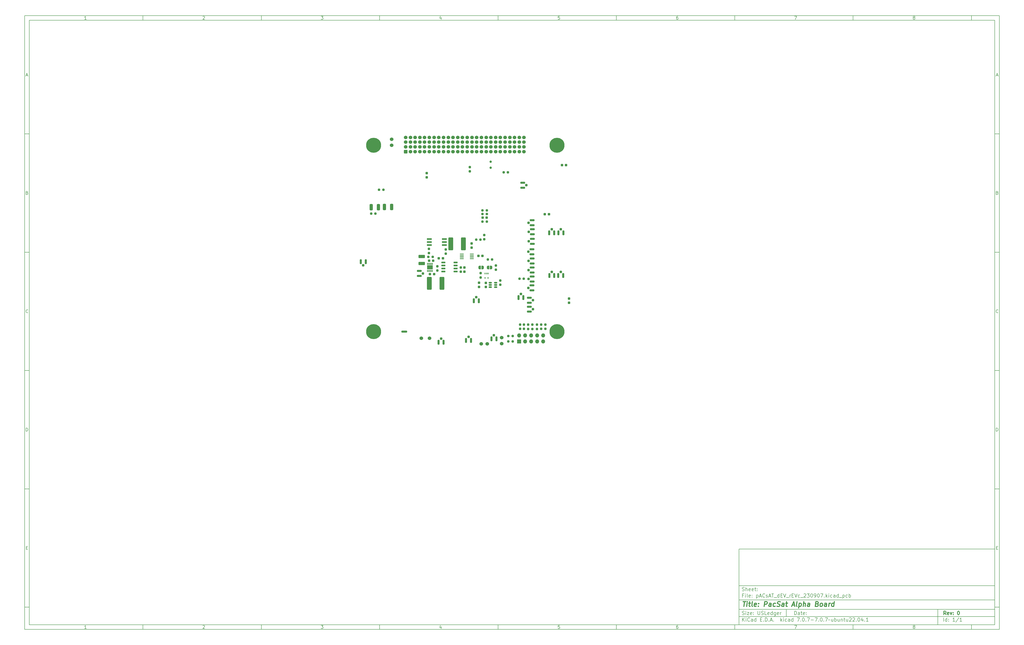
<source format=gbr>
%TF.GenerationSoftware,KiCad,Pcbnew,7.0.7-7.0.7~ubuntu22.04.1*%
%TF.CreationDate,2023-09-09T16:16:36-05:00*%
%TF.ProjectId,pACsAT_dEV_rEVc_230907,70414373-4154-45f6-9445-565f72455663,0*%
%TF.SameCoordinates,Original*%
%TF.FileFunction,Soldermask,Bot*%
%TF.FilePolarity,Negative*%
%FSLAX46Y46*%
G04 Gerber Fmt 4.6, Leading zero omitted, Abs format (unit mm)*
G04 Created by KiCad (PCBNEW 7.0.7-7.0.7~ubuntu22.04.1) date 2023-09-09 16:16:36*
%MOMM*%
%LPD*%
G01*
G04 APERTURE LIST*
G04 Aperture macros list*
%AMRoundRect*
0 Rectangle with rounded corners*
0 $1 Rounding radius*
0 $2 $3 $4 $5 $6 $7 $8 $9 X,Y pos of 4 corners*
0 Add a 4 corners polygon primitive as box body*
4,1,4,$2,$3,$4,$5,$6,$7,$8,$9,$2,$3,0*
0 Add four circle primitives for the rounded corners*
1,1,$1+$1,$2,$3*
1,1,$1+$1,$4,$5*
1,1,$1+$1,$6,$7*
1,1,$1+$1,$8,$9*
0 Add four rect primitives between the rounded corners*
20,1,$1+$1,$2,$3,$4,$5,0*
20,1,$1+$1,$4,$5,$6,$7,0*
20,1,$1+$1,$6,$7,$8,$9,0*
20,1,$1+$1,$8,$9,$2,$3,0*%
%AMFreePoly0*
4,1,19,0.500000,-0.750000,0.000000,-0.750000,0.000000,-0.744911,-0.071157,-0.744911,-0.207708,-0.704816,-0.327430,-0.627875,-0.420627,-0.520320,-0.479746,-0.390866,-0.500000,-0.250000,-0.500000,0.250000,-0.479746,0.390866,-0.420627,0.520320,-0.327430,0.627875,-0.207708,0.704816,-0.071157,0.744911,0.000000,0.744911,0.000000,0.750000,0.500000,0.750000,0.500000,-0.750000,0.500000,-0.750000,
$1*%
%AMFreePoly1*
4,1,19,0.000000,0.744911,0.071157,0.744911,0.207708,0.704816,0.327430,0.627875,0.420627,0.520320,0.479746,0.390866,0.500000,0.250000,0.500000,-0.250000,0.479746,-0.390866,0.420627,-0.520320,0.327430,-0.627875,0.207708,-0.704816,0.071157,-0.744911,0.000000,-0.744911,0.000000,-0.750000,-0.500000,-0.750000,-0.500000,0.750000,0.000000,0.750000,0.000000,0.744911,0.000000,0.744911,
$1*%
G04 Aperture macros list end*
%ADD10C,0.100000*%
%ADD11C,0.150000*%
%ADD12C,0.300000*%
%ADD13C,0.400000*%
%ADD14C,1.524000*%
%ADD15C,6.350000*%
%ADD16RoundRect,0.290840X-0.471160X-0.471160X0.471160X-0.471160X0.471160X0.471160X-0.471160X0.471160X0*%
%ADD17O,2.540000X0.889000*%
%ADD18C,1.000000*%
%ADD19R,1.700000X1.700000*%
%ADD20O,1.700000X1.700000*%
%ADD21RoundRect,0.237500X-0.250000X-0.237500X0.250000X-0.237500X0.250000X0.237500X-0.250000X0.237500X0*%
%ADD22RoundRect,0.237500X-0.237500X0.250000X-0.237500X-0.250000X0.237500X-0.250000X0.237500X0.250000X0*%
%ADD23RoundRect,0.150000X-0.512500X-0.150000X0.512500X-0.150000X0.512500X0.150000X-0.512500X0.150000X0*%
%ADD24RoundRect,0.254000X0.254000X-0.254000X0.254000X0.254000X-0.254000X0.254000X-0.254000X-0.254000X0*%
%ADD25RoundRect,0.200000X0.200000X-0.800000X0.200000X0.800000X-0.200000X0.800000X-0.200000X-0.800000X0*%
%ADD26RoundRect,0.249999X-0.737501X-2.450001X0.737501X-2.450001X0.737501X2.450001X-0.737501X2.450001X0*%
%ADD27RoundRect,0.150000X0.725000X0.150000X-0.725000X0.150000X-0.725000X-0.150000X0.725000X-0.150000X0*%
%ADD28RoundRect,0.237500X-0.300000X-0.237500X0.300000X-0.237500X0.300000X0.237500X-0.300000X0.237500X0*%
%ADD29RoundRect,0.254000X0.254000X0.254000X-0.254000X0.254000X-0.254000X-0.254000X0.254000X-0.254000X0*%
%ADD30RoundRect,0.200000X0.800000X0.200000X-0.800000X0.200000X-0.800000X-0.200000X0.800000X-0.200000X0*%
%ADD31RoundRect,0.237500X-0.237500X0.300000X-0.237500X-0.300000X0.237500X-0.300000X0.237500X0.300000X0*%
%ADD32RoundRect,0.237500X0.250000X0.237500X-0.250000X0.237500X-0.250000X-0.237500X0.250000X-0.237500X0*%
%ADD33RoundRect,0.237500X0.300000X0.237500X-0.300000X0.237500X-0.300000X-0.237500X0.300000X-0.237500X0*%
%ADD34RoundRect,0.249999X0.737501X2.450001X-0.737501X2.450001X-0.737501X-2.450001X0.737501X-2.450001X0*%
%ADD35FreePoly0,180.000000*%
%ADD36FreePoly1,180.000000*%
%ADD37RoundRect,0.254000X-0.254000X0.254000X-0.254000X-0.254000X0.254000X-0.254000X0.254000X0.254000X0*%
%ADD38RoundRect,0.200000X-0.200000X0.800000X-0.200000X-0.800000X0.200000X-0.800000X0.200000X0.800000X0*%
%ADD39RoundRect,0.237500X0.237500X-0.250000X0.237500X0.250000X-0.237500X0.250000X-0.237500X-0.250000X0*%
%ADD40RoundRect,0.237500X0.237500X-0.300000X0.237500X0.300000X-0.237500X0.300000X-0.237500X-0.300000X0*%
%ADD41RoundRect,0.100000X0.712500X0.100000X-0.712500X0.100000X-0.712500X-0.100000X0.712500X-0.100000X0*%
%ADD42RoundRect,0.254000X-0.254000X-0.254000X0.254000X-0.254000X0.254000X0.254000X-0.254000X0.254000X0*%
%ADD43RoundRect,0.200000X-0.800000X-0.200000X0.800000X-0.200000X0.800000X0.200000X-0.800000X0.200000X0*%
%ADD44RoundRect,0.250001X-1.074999X0.462499X-1.074999X-0.462499X1.074999X-0.462499X1.074999X0.462499X0*%
%ADD45R,0.400000X0.650000*%
%ADD46RoundRect,0.250000X0.400000X1.075000X-0.400000X1.075000X-0.400000X-1.075000X0.400000X-1.075000X0*%
%ADD47R,2.000000X0.640000*%
%ADD48RoundRect,0.050000X1.175000X-0.790000X1.175000X0.790000X-1.175000X0.790000X-1.175000X-0.790000X0*%
%ADD49RoundRect,0.050000X0.150000X-0.350000X0.150000X0.350000X-0.150000X0.350000X-0.150000X-0.350000X0*%
G04 APERTURE END LIST*
D10*
D11*
X311800000Y-235400000D02*
X419800000Y-235400000D01*
X419800000Y-267400000D01*
X311800000Y-267400000D01*
X311800000Y-235400000D01*
D10*
D11*
X10000000Y-10000000D02*
X421800000Y-10000000D01*
X421800000Y-269400000D01*
X10000000Y-269400000D01*
X10000000Y-10000000D01*
D10*
D11*
X12000000Y-12000000D02*
X419800000Y-12000000D01*
X419800000Y-267400000D01*
X12000000Y-267400000D01*
X12000000Y-12000000D01*
D10*
D11*
X60000000Y-12000000D02*
X60000000Y-10000000D01*
D10*
D11*
X110000000Y-12000000D02*
X110000000Y-10000000D01*
D10*
D11*
X160000000Y-12000000D02*
X160000000Y-10000000D01*
D10*
D11*
X210000000Y-12000000D02*
X210000000Y-10000000D01*
D10*
D11*
X260000000Y-12000000D02*
X260000000Y-10000000D01*
D10*
D11*
X310000000Y-12000000D02*
X310000000Y-10000000D01*
D10*
D11*
X360000000Y-12000000D02*
X360000000Y-10000000D01*
D10*
D11*
X410000000Y-12000000D02*
X410000000Y-10000000D01*
D10*
D11*
X36089160Y-11593604D02*
X35346303Y-11593604D01*
X35717731Y-11593604D02*
X35717731Y-10293604D01*
X35717731Y-10293604D02*
X35593922Y-10479319D01*
X35593922Y-10479319D02*
X35470112Y-10603128D01*
X35470112Y-10603128D02*
X35346303Y-10665033D01*
D10*
D11*
X85346303Y-10417414D02*
X85408207Y-10355509D01*
X85408207Y-10355509D02*
X85532017Y-10293604D01*
X85532017Y-10293604D02*
X85841541Y-10293604D01*
X85841541Y-10293604D02*
X85965350Y-10355509D01*
X85965350Y-10355509D02*
X86027255Y-10417414D01*
X86027255Y-10417414D02*
X86089160Y-10541223D01*
X86089160Y-10541223D02*
X86089160Y-10665033D01*
X86089160Y-10665033D02*
X86027255Y-10850747D01*
X86027255Y-10850747D02*
X85284398Y-11593604D01*
X85284398Y-11593604D02*
X86089160Y-11593604D01*
D10*
D11*
X135284398Y-10293604D02*
X136089160Y-10293604D01*
X136089160Y-10293604D02*
X135655826Y-10788842D01*
X135655826Y-10788842D02*
X135841541Y-10788842D01*
X135841541Y-10788842D02*
X135965350Y-10850747D01*
X135965350Y-10850747D02*
X136027255Y-10912652D01*
X136027255Y-10912652D02*
X136089160Y-11036461D01*
X136089160Y-11036461D02*
X136089160Y-11345985D01*
X136089160Y-11345985D02*
X136027255Y-11469795D01*
X136027255Y-11469795D02*
X135965350Y-11531700D01*
X135965350Y-11531700D02*
X135841541Y-11593604D01*
X135841541Y-11593604D02*
X135470112Y-11593604D01*
X135470112Y-11593604D02*
X135346303Y-11531700D01*
X135346303Y-11531700D02*
X135284398Y-11469795D01*
D10*
D11*
X185965350Y-10726938D02*
X185965350Y-11593604D01*
X185655826Y-10231700D02*
X185346303Y-11160271D01*
X185346303Y-11160271D02*
X186151064Y-11160271D01*
D10*
D11*
X236027255Y-10293604D02*
X235408207Y-10293604D01*
X235408207Y-10293604D02*
X235346303Y-10912652D01*
X235346303Y-10912652D02*
X235408207Y-10850747D01*
X235408207Y-10850747D02*
X235532017Y-10788842D01*
X235532017Y-10788842D02*
X235841541Y-10788842D01*
X235841541Y-10788842D02*
X235965350Y-10850747D01*
X235965350Y-10850747D02*
X236027255Y-10912652D01*
X236027255Y-10912652D02*
X236089160Y-11036461D01*
X236089160Y-11036461D02*
X236089160Y-11345985D01*
X236089160Y-11345985D02*
X236027255Y-11469795D01*
X236027255Y-11469795D02*
X235965350Y-11531700D01*
X235965350Y-11531700D02*
X235841541Y-11593604D01*
X235841541Y-11593604D02*
X235532017Y-11593604D01*
X235532017Y-11593604D02*
X235408207Y-11531700D01*
X235408207Y-11531700D02*
X235346303Y-11469795D01*
D10*
D11*
X285965350Y-10293604D02*
X285717731Y-10293604D01*
X285717731Y-10293604D02*
X285593922Y-10355509D01*
X285593922Y-10355509D02*
X285532017Y-10417414D01*
X285532017Y-10417414D02*
X285408207Y-10603128D01*
X285408207Y-10603128D02*
X285346303Y-10850747D01*
X285346303Y-10850747D02*
X285346303Y-11345985D01*
X285346303Y-11345985D02*
X285408207Y-11469795D01*
X285408207Y-11469795D02*
X285470112Y-11531700D01*
X285470112Y-11531700D02*
X285593922Y-11593604D01*
X285593922Y-11593604D02*
X285841541Y-11593604D01*
X285841541Y-11593604D02*
X285965350Y-11531700D01*
X285965350Y-11531700D02*
X286027255Y-11469795D01*
X286027255Y-11469795D02*
X286089160Y-11345985D01*
X286089160Y-11345985D02*
X286089160Y-11036461D01*
X286089160Y-11036461D02*
X286027255Y-10912652D01*
X286027255Y-10912652D02*
X285965350Y-10850747D01*
X285965350Y-10850747D02*
X285841541Y-10788842D01*
X285841541Y-10788842D02*
X285593922Y-10788842D01*
X285593922Y-10788842D02*
X285470112Y-10850747D01*
X285470112Y-10850747D02*
X285408207Y-10912652D01*
X285408207Y-10912652D02*
X285346303Y-11036461D01*
D10*
D11*
X335284398Y-10293604D02*
X336151064Y-10293604D01*
X336151064Y-10293604D02*
X335593922Y-11593604D01*
D10*
D11*
X385593922Y-10850747D02*
X385470112Y-10788842D01*
X385470112Y-10788842D02*
X385408207Y-10726938D01*
X385408207Y-10726938D02*
X385346303Y-10603128D01*
X385346303Y-10603128D02*
X385346303Y-10541223D01*
X385346303Y-10541223D02*
X385408207Y-10417414D01*
X385408207Y-10417414D02*
X385470112Y-10355509D01*
X385470112Y-10355509D02*
X385593922Y-10293604D01*
X385593922Y-10293604D02*
X385841541Y-10293604D01*
X385841541Y-10293604D02*
X385965350Y-10355509D01*
X385965350Y-10355509D02*
X386027255Y-10417414D01*
X386027255Y-10417414D02*
X386089160Y-10541223D01*
X386089160Y-10541223D02*
X386089160Y-10603128D01*
X386089160Y-10603128D02*
X386027255Y-10726938D01*
X386027255Y-10726938D02*
X385965350Y-10788842D01*
X385965350Y-10788842D02*
X385841541Y-10850747D01*
X385841541Y-10850747D02*
X385593922Y-10850747D01*
X385593922Y-10850747D02*
X385470112Y-10912652D01*
X385470112Y-10912652D02*
X385408207Y-10974557D01*
X385408207Y-10974557D02*
X385346303Y-11098366D01*
X385346303Y-11098366D02*
X385346303Y-11345985D01*
X385346303Y-11345985D02*
X385408207Y-11469795D01*
X385408207Y-11469795D02*
X385470112Y-11531700D01*
X385470112Y-11531700D02*
X385593922Y-11593604D01*
X385593922Y-11593604D02*
X385841541Y-11593604D01*
X385841541Y-11593604D02*
X385965350Y-11531700D01*
X385965350Y-11531700D02*
X386027255Y-11469795D01*
X386027255Y-11469795D02*
X386089160Y-11345985D01*
X386089160Y-11345985D02*
X386089160Y-11098366D01*
X386089160Y-11098366D02*
X386027255Y-10974557D01*
X386027255Y-10974557D02*
X385965350Y-10912652D01*
X385965350Y-10912652D02*
X385841541Y-10850747D01*
D10*
D11*
X60000000Y-267400000D02*
X60000000Y-269400000D01*
D10*
D11*
X110000000Y-267400000D02*
X110000000Y-269400000D01*
D10*
D11*
X160000000Y-267400000D02*
X160000000Y-269400000D01*
D10*
D11*
X210000000Y-267400000D02*
X210000000Y-269400000D01*
D10*
D11*
X260000000Y-267400000D02*
X260000000Y-269400000D01*
D10*
D11*
X310000000Y-267400000D02*
X310000000Y-269400000D01*
D10*
D11*
X360000000Y-267400000D02*
X360000000Y-269400000D01*
D10*
D11*
X410000000Y-267400000D02*
X410000000Y-269400000D01*
D10*
D11*
X36089160Y-268993604D02*
X35346303Y-268993604D01*
X35717731Y-268993604D02*
X35717731Y-267693604D01*
X35717731Y-267693604D02*
X35593922Y-267879319D01*
X35593922Y-267879319D02*
X35470112Y-268003128D01*
X35470112Y-268003128D02*
X35346303Y-268065033D01*
D10*
D11*
X85346303Y-267817414D02*
X85408207Y-267755509D01*
X85408207Y-267755509D02*
X85532017Y-267693604D01*
X85532017Y-267693604D02*
X85841541Y-267693604D01*
X85841541Y-267693604D02*
X85965350Y-267755509D01*
X85965350Y-267755509D02*
X86027255Y-267817414D01*
X86027255Y-267817414D02*
X86089160Y-267941223D01*
X86089160Y-267941223D02*
X86089160Y-268065033D01*
X86089160Y-268065033D02*
X86027255Y-268250747D01*
X86027255Y-268250747D02*
X85284398Y-268993604D01*
X85284398Y-268993604D02*
X86089160Y-268993604D01*
D10*
D11*
X135284398Y-267693604D02*
X136089160Y-267693604D01*
X136089160Y-267693604D02*
X135655826Y-268188842D01*
X135655826Y-268188842D02*
X135841541Y-268188842D01*
X135841541Y-268188842D02*
X135965350Y-268250747D01*
X135965350Y-268250747D02*
X136027255Y-268312652D01*
X136027255Y-268312652D02*
X136089160Y-268436461D01*
X136089160Y-268436461D02*
X136089160Y-268745985D01*
X136089160Y-268745985D02*
X136027255Y-268869795D01*
X136027255Y-268869795D02*
X135965350Y-268931700D01*
X135965350Y-268931700D02*
X135841541Y-268993604D01*
X135841541Y-268993604D02*
X135470112Y-268993604D01*
X135470112Y-268993604D02*
X135346303Y-268931700D01*
X135346303Y-268931700D02*
X135284398Y-268869795D01*
D10*
D11*
X185965350Y-268126938D02*
X185965350Y-268993604D01*
X185655826Y-267631700D02*
X185346303Y-268560271D01*
X185346303Y-268560271D02*
X186151064Y-268560271D01*
D10*
D11*
X236027255Y-267693604D02*
X235408207Y-267693604D01*
X235408207Y-267693604D02*
X235346303Y-268312652D01*
X235346303Y-268312652D02*
X235408207Y-268250747D01*
X235408207Y-268250747D02*
X235532017Y-268188842D01*
X235532017Y-268188842D02*
X235841541Y-268188842D01*
X235841541Y-268188842D02*
X235965350Y-268250747D01*
X235965350Y-268250747D02*
X236027255Y-268312652D01*
X236027255Y-268312652D02*
X236089160Y-268436461D01*
X236089160Y-268436461D02*
X236089160Y-268745985D01*
X236089160Y-268745985D02*
X236027255Y-268869795D01*
X236027255Y-268869795D02*
X235965350Y-268931700D01*
X235965350Y-268931700D02*
X235841541Y-268993604D01*
X235841541Y-268993604D02*
X235532017Y-268993604D01*
X235532017Y-268993604D02*
X235408207Y-268931700D01*
X235408207Y-268931700D02*
X235346303Y-268869795D01*
D10*
D11*
X285965350Y-267693604D02*
X285717731Y-267693604D01*
X285717731Y-267693604D02*
X285593922Y-267755509D01*
X285593922Y-267755509D02*
X285532017Y-267817414D01*
X285532017Y-267817414D02*
X285408207Y-268003128D01*
X285408207Y-268003128D02*
X285346303Y-268250747D01*
X285346303Y-268250747D02*
X285346303Y-268745985D01*
X285346303Y-268745985D02*
X285408207Y-268869795D01*
X285408207Y-268869795D02*
X285470112Y-268931700D01*
X285470112Y-268931700D02*
X285593922Y-268993604D01*
X285593922Y-268993604D02*
X285841541Y-268993604D01*
X285841541Y-268993604D02*
X285965350Y-268931700D01*
X285965350Y-268931700D02*
X286027255Y-268869795D01*
X286027255Y-268869795D02*
X286089160Y-268745985D01*
X286089160Y-268745985D02*
X286089160Y-268436461D01*
X286089160Y-268436461D02*
X286027255Y-268312652D01*
X286027255Y-268312652D02*
X285965350Y-268250747D01*
X285965350Y-268250747D02*
X285841541Y-268188842D01*
X285841541Y-268188842D02*
X285593922Y-268188842D01*
X285593922Y-268188842D02*
X285470112Y-268250747D01*
X285470112Y-268250747D02*
X285408207Y-268312652D01*
X285408207Y-268312652D02*
X285346303Y-268436461D01*
D10*
D11*
X335284398Y-267693604D02*
X336151064Y-267693604D01*
X336151064Y-267693604D02*
X335593922Y-268993604D01*
D10*
D11*
X385593922Y-268250747D02*
X385470112Y-268188842D01*
X385470112Y-268188842D02*
X385408207Y-268126938D01*
X385408207Y-268126938D02*
X385346303Y-268003128D01*
X385346303Y-268003128D02*
X385346303Y-267941223D01*
X385346303Y-267941223D02*
X385408207Y-267817414D01*
X385408207Y-267817414D02*
X385470112Y-267755509D01*
X385470112Y-267755509D02*
X385593922Y-267693604D01*
X385593922Y-267693604D02*
X385841541Y-267693604D01*
X385841541Y-267693604D02*
X385965350Y-267755509D01*
X385965350Y-267755509D02*
X386027255Y-267817414D01*
X386027255Y-267817414D02*
X386089160Y-267941223D01*
X386089160Y-267941223D02*
X386089160Y-268003128D01*
X386089160Y-268003128D02*
X386027255Y-268126938D01*
X386027255Y-268126938D02*
X385965350Y-268188842D01*
X385965350Y-268188842D02*
X385841541Y-268250747D01*
X385841541Y-268250747D02*
X385593922Y-268250747D01*
X385593922Y-268250747D02*
X385470112Y-268312652D01*
X385470112Y-268312652D02*
X385408207Y-268374557D01*
X385408207Y-268374557D02*
X385346303Y-268498366D01*
X385346303Y-268498366D02*
X385346303Y-268745985D01*
X385346303Y-268745985D02*
X385408207Y-268869795D01*
X385408207Y-268869795D02*
X385470112Y-268931700D01*
X385470112Y-268931700D02*
X385593922Y-268993604D01*
X385593922Y-268993604D02*
X385841541Y-268993604D01*
X385841541Y-268993604D02*
X385965350Y-268931700D01*
X385965350Y-268931700D02*
X386027255Y-268869795D01*
X386027255Y-268869795D02*
X386089160Y-268745985D01*
X386089160Y-268745985D02*
X386089160Y-268498366D01*
X386089160Y-268498366D02*
X386027255Y-268374557D01*
X386027255Y-268374557D02*
X385965350Y-268312652D01*
X385965350Y-268312652D02*
X385841541Y-268250747D01*
D10*
D11*
X10000000Y-60000000D02*
X12000000Y-60000000D01*
D10*
D11*
X10000000Y-110000000D02*
X12000000Y-110000000D01*
D10*
D11*
X10000000Y-160000000D02*
X12000000Y-160000000D01*
D10*
D11*
X10000000Y-210000000D02*
X12000000Y-210000000D01*
D10*
D11*
X10000000Y-260000000D02*
X12000000Y-260000000D01*
D10*
D11*
X10690476Y-35222176D02*
X11309523Y-35222176D01*
X10566666Y-35593604D02*
X10999999Y-34293604D01*
X10999999Y-34293604D02*
X11433333Y-35593604D01*
D10*
D11*
X11092857Y-84912652D02*
X11278571Y-84974557D01*
X11278571Y-84974557D02*
X11340476Y-85036461D01*
X11340476Y-85036461D02*
X11402380Y-85160271D01*
X11402380Y-85160271D02*
X11402380Y-85345985D01*
X11402380Y-85345985D02*
X11340476Y-85469795D01*
X11340476Y-85469795D02*
X11278571Y-85531700D01*
X11278571Y-85531700D02*
X11154761Y-85593604D01*
X11154761Y-85593604D02*
X10659523Y-85593604D01*
X10659523Y-85593604D02*
X10659523Y-84293604D01*
X10659523Y-84293604D02*
X11092857Y-84293604D01*
X11092857Y-84293604D02*
X11216666Y-84355509D01*
X11216666Y-84355509D02*
X11278571Y-84417414D01*
X11278571Y-84417414D02*
X11340476Y-84541223D01*
X11340476Y-84541223D02*
X11340476Y-84665033D01*
X11340476Y-84665033D02*
X11278571Y-84788842D01*
X11278571Y-84788842D02*
X11216666Y-84850747D01*
X11216666Y-84850747D02*
X11092857Y-84912652D01*
X11092857Y-84912652D02*
X10659523Y-84912652D01*
D10*
D11*
X11402380Y-135469795D02*
X11340476Y-135531700D01*
X11340476Y-135531700D02*
X11154761Y-135593604D01*
X11154761Y-135593604D02*
X11030952Y-135593604D01*
X11030952Y-135593604D02*
X10845238Y-135531700D01*
X10845238Y-135531700D02*
X10721428Y-135407890D01*
X10721428Y-135407890D02*
X10659523Y-135284080D01*
X10659523Y-135284080D02*
X10597619Y-135036461D01*
X10597619Y-135036461D02*
X10597619Y-134850747D01*
X10597619Y-134850747D02*
X10659523Y-134603128D01*
X10659523Y-134603128D02*
X10721428Y-134479319D01*
X10721428Y-134479319D02*
X10845238Y-134355509D01*
X10845238Y-134355509D02*
X11030952Y-134293604D01*
X11030952Y-134293604D02*
X11154761Y-134293604D01*
X11154761Y-134293604D02*
X11340476Y-134355509D01*
X11340476Y-134355509D02*
X11402380Y-134417414D01*
D10*
D11*
X10659523Y-185593604D02*
X10659523Y-184293604D01*
X10659523Y-184293604D02*
X10969047Y-184293604D01*
X10969047Y-184293604D02*
X11154761Y-184355509D01*
X11154761Y-184355509D02*
X11278571Y-184479319D01*
X11278571Y-184479319D02*
X11340476Y-184603128D01*
X11340476Y-184603128D02*
X11402380Y-184850747D01*
X11402380Y-184850747D02*
X11402380Y-185036461D01*
X11402380Y-185036461D02*
X11340476Y-185284080D01*
X11340476Y-185284080D02*
X11278571Y-185407890D01*
X11278571Y-185407890D02*
X11154761Y-185531700D01*
X11154761Y-185531700D02*
X10969047Y-185593604D01*
X10969047Y-185593604D02*
X10659523Y-185593604D01*
D10*
D11*
X10721428Y-234912652D02*
X11154762Y-234912652D01*
X11340476Y-235593604D02*
X10721428Y-235593604D01*
X10721428Y-235593604D02*
X10721428Y-234293604D01*
X10721428Y-234293604D02*
X11340476Y-234293604D01*
D10*
D11*
X421800000Y-60000000D02*
X419800000Y-60000000D01*
D10*
D11*
X421800000Y-110000000D02*
X419800000Y-110000000D01*
D10*
D11*
X421800000Y-160000000D02*
X419800000Y-160000000D01*
D10*
D11*
X421800000Y-210000000D02*
X419800000Y-210000000D01*
D10*
D11*
X421800000Y-260000000D02*
X419800000Y-260000000D01*
D10*
D11*
X420490476Y-35222176D02*
X421109523Y-35222176D01*
X420366666Y-35593604D02*
X420799999Y-34293604D01*
X420799999Y-34293604D02*
X421233333Y-35593604D01*
D10*
D11*
X420892857Y-84912652D02*
X421078571Y-84974557D01*
X421078571Y-84974557D02*
X421140476Y-85036461D01*
X421140476Y-85036461D02*
X421202380Y-85160271D01*
X421202380Y-85160271D02*
X421202380Y-85345985D01*
X421202380Y-85345985D02*
X421140476Y-85469795D01*
X421140476Y-85469795D02*
X421078571Y-85531700D01*
X421078571Y-85531700D02*
X420954761Y-85593604D01*
X420954761Y-85593604D02*
X420459523Y-85593604D01*
X420459523Y-85593604D02*
X420459523Y-84293604D01*
X420459523Y-84293604D02*
X420892857Y-84293604D01*
X420892857Y-84293604D02*
X421016666Y-84355509D01*
X421016666Y-84355509D02*
X421078571Y-84417414D01*
X421078571Y-84417414D02*
X421140476Y-84541223D01*
X421140476Y-84541223D02*
X421140476Y-84665033D01*
X421140476Y-84665033D02*
X421078571Y-84788842D01*
X421078571Y-84788842D02*
X421016666Y-84850747D01*
X421016666Y-84850747D02*
X420892857Y-84912652D01*
X420892857Y-84912652D02*
X420459523Y-84912652D01*
D10*
D11*
X421202380Y-135469795D02*
X421140476Y-135531700D01*
X421140476Y-135531700D02*
X420954761Y-135593604D01*
X420954761Y-135593604D02*
X420830952Y-135593604D01*
X420830952Y-135593604D02*
X420645238Y-135531700D01*
X420645238Y-135531700D02*
X420521428Y-135407890D01*
X420521428Y-135407890D02*
X420459523Y-135284080D01*
X420459523Y-135284080D02*
X420397619Y-135036461D01*
X420397619Y-135036461D02*
X420397619Y-134850747D01*
X420397619Y-134850747D02*
X420459523Y-134603128D01*
X420459523Y-134603128D02*
X420521428Y-134479319D01*
X420521428Y-134479319D02*
X420645238Y-134355509D01*
X420645238Y-134355509D02*
X420830952Y-134293604D01*
X420830952Y-134293604D02*
X420954761Y-134293604D01*
X420954761Y-134293604D02*
X421140476Y-134355509D01*
X421140476Y-134355509D02*
X421202380Y-134417414D01*
D10*
D11*
X420459523Y-185593604D02*
X420459523Y-184293604D01*
X420459523Y-184293604D02*
X420769047Y-184293604D01*
X420769047Y-184293604D02*
X420954761Y-184355509D01*
X420954761Y-184355509D02*
X421078571Y-184479319D01*
X421078571Y-184479319D02*
X421140476Y-184603128D01*
X421140476Y-184603128D02*
X421202380Y-184850747D01*
X421202380Y-184850747D02*
X421202380Y-185036461D01*
X421202380Y-185036461D02*
X421140476Y-185284080D01*
X421140476Y-185284080D02*
X421078571Y-185407890D01*
X421078571Y-185407890D02*
X420954761Y-185531700D01*
X420954761Y-185531700D02*
X420769047Y-185593604D01*
X420769047Y-185593604D02*
X420459523Y-185593604D01*
D10*
D11*
X420521428Y-234912652D02*
X420954762Y-234912652D01*
X421140476Y-235593604D02*
X420521428Y-235593604D01*
X420521428Y-235593604D02*
X420521428Y-234293604D01*
X420521428Y-234293604D02*
X421140476Y-234293604D01*
D10*
D11*
X335255826Y-263186128D02*
X335255826Y-261686128D01*
X335255826Y-261686128D02*
X335612969Y-261686128D01*
X335612969Y-261686128D02*
X335827255Y-261757557D01*
X335827255Y-261757557D02*
X335970112Y-261900414D01*
X335970112Y-261900414D02*
X336041541Y-262043271D01*
X336041541Y-262043271D02*
X336112969Y-262328985D01*
X336112969Y-262328985D02*
X336112969Y-262543271D01*
X336112969Y-262543271D02*
X336041541Y-262828985D01*
X336041541Y-262828985D02*
X335970112Y-262971842D01*
X335970112Y-262971842D02*
X335827255Y-263114700D01*
X335827255Y-263114700D02*
X335612969Y-263186128D01*
X335612969Y-263186128D02*
X335255826Y-263186128D01*
X337398684Y-263186128D02*
X337398684Y-262400414D01*
X337398684Y-262400414D02*
X337327255Y-262257557D01*
X337327255Y-262257557D02*
X337184398Y-262186128D01*
X337184398Y-262186128D02*
X336898684Y-262186128D01*
X336898684Y-262186128D02*
X336755826Y-262257557D01*
X337398684Y-263114700D02*
X337255826Y-263186128D01*
X337255826Y-263186128D02*
X336898684Y-263186128D01*
X336898684Y-263186128D02*
X336755826Y-263114700D01*
X336755826Y-263114700D02*
X336684398Y-262971842D01*
X336684398Y-262971842D02*
X336684398Y-262828985D01*
X336684398Y-262828985D02*
X336755826Y-262686128D01*
X336755826Y-262686128D02*
X336898684Y-262614700D01*
X336898684Y-262614700D02*
X337255826Y-262614700D01*
X337255826Y-262614700D02*
X337398684Y-262543271D01*
X337898684Y-262186128D02*
X338470112Y-262186128D01*
X338112969Y-261686128D02*
X338112969Y-262971842D01*
X338112969Y-262971842D02*
X338184398Y-263114700D01*
X338184398Y-263114700D02*
X338327255Y-263186128D01*
X338327255Y-263186128D02*
X338470112Y-263186128D01*
X339541541Y-263114700D02*
X339398684Y-263186128D01*
X339398684Y-263186128D02*
X339112970Y-263186128D01*
X339112970Y-263186128D02*
X338970112Y-263114700D01*
X338970112Y-263114700D02*
X338898684Y-262971842D01*
X338898684Y-262971842D02*
X338898684Y-262400414D01*
X338898684Y-262400414D02*
X338970112Y-262257557D01*
X338970112Y-262257557D02*
X339112970Y-262186128D01*
X339112970Y-262186128D02*
X339398684Y-262186128D01*
X339398684Y-262186128D02*
X339541541Y-262257557D01*
X339541541Y-262257557D02*
X339612970Y-262400414D01*
X339612970Y-262400414D02*
X339612970Y-262543271D01*
X339612970Y-262543271D02*
X338898684Y-262686128D01*
X340255826Y-263043271D02*
X340327255Y-263114700D01*
X340327255Y-263114700D02*
X340255826Y-263186128D01*
X340255826Y-263186128D02*
X340184398Y-263114700D01*
X340184398Y-263114700D02*
X340255826Y-263043271D01*
X340255826Y-263043271D02*
X340255826Y-263186128D01*
X340255826Y-262257557D02*
X340327255Y-262328985D01*
X340327255Y-262328985D02*
X340255826Y-262400414D01*
X340255826Y-262400414D02*
X340184398Y-262328985D01*
X340184398Y-262328985D02*
X340255826Y-262257557D01*
X340255826Y-262257557D02*
X340255826Y-262400414D01*
D10*
D11*
X311800000Y-263900000D02*
X419800000Y-263900000D01*
D10*
D11*
X313255826Y-265986128D02*
X313255826Y-264486128D01*
X314112969Y-265986128D02*
X313470112Y-265128985D01*
X314112969Y-264486128D02*
X313255826Y-265343271D01*
X314755826Y-265986128D02*
X314755826Y-264986128D01*
X314755826Y-264486128D02*
X314684398Y-264557557D01*
X314684398Y-264557557D02*
X314755826Y-264628985D01*
X314755826Y-264628985D02*
X314827255Y-264557557D01*
X314827255Y-264557557D02*
X314755826Y-264486128D01*
X314755826Y-264486128D02*
X314755826Y-264628985D01*
X316327255Y-265843271D02*
X316255827Y-265914700D01*
X316255827Y-265914700D02*
X316041541Y-265986128D01*
X316041541Y-265986128D02*
X315898684Y-265986128D01*
X315898684Y-265986128D02*
X315684398Y-265914700D01*
X315684398Y-265914700D02*
X315541541Y-265771842D01*
X315541541Y-265771842D02*
X315470112Y-265628985D01*
X315470112Y-265628985D02*
X315398684Y-265343271D01*
X315398684Y-265343271D02*
X315398684Y-265128985D01*
X315398684Y-265128985D02*
X315470112Y-264843271D01*
X315470112Y-264843271D02*
X315541541Y-264700414D01*
X315541541Y-264700414D02*
X315684398Y-264557557D01*
X315684398Y-264557557D02*
X315898684Y-264486128D01*
X315898684Y-264486128D02*
X316041541Y-264486128D01*
X316041541Y-264486128D02*
X316255827Y-264557557D01*
X316255827Y-264557557D02*
X316327255Y-264628985D01*
X317612970Y-265986128D02*
X317612970Y-265200414D01*
X317612970Y-265200414D02*
X317541541Y-265057557D01*
X317541541Y-265057557D02*
X317398684Y-264986128D01*
X317398684Y-264986128D02*
X317112970Y-264986128D01*
X317112970Y-264986128D02*
X316970112Y-265057557D01*
X317612970Y-265914700D02*
X317470112Y-265986128D01*
X317470112Y-265986128D02*
X317112970Y-265986128D01*
X317112970Y-265986128D02*
X316970112Y-265914700D01*
X316970112Y-265914700D02*
X316898684Y-265771842D01*
X316898684Y-265771842D02*
X316898684Y-265628985D01*
X316898684Y-265628985D02*
X316970112Y-265486128D01*
X316970112Y-265486128D02*
X317112970Y-265414700D01*
X317112970Y-265414700D02*
X317470112Y-265414700D01*
X317470112Y-265414700D02*
X317612970Y-265343271D01*
X318970113Y-265986128D02*
X318970113Y-264486128D01*
X318970113Y-265914700D02*
X318827255Y-265986128D01*
X318827255Y-265986128D02*
X318541541Y-265986128D01*
X318541541Y-265986128D02*
X318398684Y-265914700D01*
X318398684Y-265914700D02*
X318327255Y-265843271D01*
X318327255Y-265843271D02*
X318255827Y-265700414D01*
X318255827Y-265700414D02*
X318255827Y-265271842D01*
X318255827Y-265271842D02*
X318327255Y-265128985D01*
X318327255Y-265128985D02*
X318398684Y-265057557D01*
X318398684Y-265057557D02*
X318541541Y-264986128D01*
X318541541Y-264986128D02*
X318827255Y-264986128D01*
X318827255Y-264986128D02*
X318970113Y-265057557D01*
X320827255Y-265200414D02*
X321327255Y-265200414D01*
X321541541Y-265986128D02*
X320827255Y-265986128D01*
X320827255Y-265986128D02*
X320827255Y-264486128D01*
X320827255Y-264486128D02*
X321541541Y-264486128D01*
X322184398Y-265843271D02*
X322255827Y-265914700D01*
X322255827Y-265914700D02*
X322184398Y-265986128D01*
X322184398Y-265986128D02*
X322112970Y-265914700D01*
X322112970Y-265914700D02*
X322184398Y-265843271D01*
X322184398Y-265843271D02*
X322184398Y-265986128D01*
X322898684Y-265986128D02*
X322898684Y-264486128D01*
X322898684Y-264486128D02*
X323255827Y-264486128D01*
X323255827Y-264486128D02*
X323470113Y-264557557D01*
X323470113Y-264557557D02*
X323612970Y-264700414D01*
X323612970Y-264700414D02*
X323684399Y-264843271D01*
X323684399Y-264843271D02*
X323755827Y-265128985D01*
X323755827Y-265128985D02*
X323755827Y-265343271D01*
X323755827Y-265343271D02*
X323684399Y-265628985D01*
X323684399Y-265628985D02*
X323612970Y-265771842D01*
X323612970Y-265771842D02*
X323470113Y-265914700D01*
X323470113Y-265914700D02*
X323255827Y-265986128D01*
X323255827Y-265986128D02*
X322898684Y-265986128D01*
X324398684Y-265843271D02*
X324470113Y-265914700D01*
X324470113Y-265914700D02*
X324398684Y-265986128D01*
X324398684Y-265986128D02*
X324327256Y-265914700D01*
X324327256Y-265914700D02*
X324398684Y-265843271D01*
X324398684Y-265843271D02*
X324398684Y-265986128D01*
X325041542Y-265557557D02*
X325755828Y-265557557D01*
X324898685Y-265986128D02*
X325398685Y-264486128D01*
X325398685Y-264486128D02*
X325898685Y-265986128D01*
X326398684Y-265843271D02*
X326470113Y-265914700D01*
X326470113Y-265914700D02*
X326398684Y-265986128D01*
X326398684Y-265986128D02*
X326327256Y-265914700D01*
X326327256Y-265914700D02*
X326398684Y-265843271D01*
X326398684Y-265843271D02*
X326398684Y-265986128D01*
X329398684Y-265986128D02*
X329398684Y-264486128D01*
X329541542Y-265414700D02*
X329970113Y-265986128D01*
X329970113Y-264986128D02*
X329398684Y-265557557D01*
X330612970Y-265986128D02*
X330612970Y-264986128D01*
X330612970Y-264486128D02*
X330541542Y-264557557D01*
X330541542Y-264557557D02*
X330612970Y-264628985D01*
X330612970Y-264628985D02*
X330684399Y-264557557D01*
X330684399Y-264557557D02*
X330612970Y-264486128D01*
X330612970Y-264486128D02*
X330612970Y-264628985D01*
X331970114Y-265914700D02*
X331827256Y-265986128D01*
X331827256Y-265986128D02*
X331541542Y-265986128D01*
X331541542Y-265986128D02*
X331398685Y-265914700D01*
X331398685Y-265914700D02*
X331327256Y-265843271D01*
X331327256Y-265843271D02*
X331255828Y-265700414D01*
X331255828Y-265700414D02*
X331255828Y-265271842D01*
X331255828Y-265271842D02*
X331327256Y-265128985D01*
X331327256Y-265128985D02*
X331398685Y-265057557D01*
X331398685Y-265057557D02*
X331541542Y-264986128D01*
X331541542Y-264986128D02*
X331827256Y-264986128D01*
X331827256Y-264986128D02*
X331970114Y-265057557D01*
X333255828Y-265986128D02*
X333255828Y-265200414D01*
X333255828Y-265200414D02*
X333184399Y-265057557D01*
X333184399Y-265057557D02*
X333041542Y-264986128D01*
X333041542Y-264986128D02*
X332755828Y-264986128D01*
X332755828Y-264986128D02*
X332612970Y-265057557D01*
X333255828Y-265914700D02*
X333112970Y-265986128D01*
X333112970Y-265986128D02*
X332755828Y-265986128D01*
X332755828Y-265986128D02*
X332612970Y-265914700D01*
X332612970Y-265914700D02*
X332541542Y-265771842D01*
X332541542Y-265771842D02*
X332541542Y-265628985D01*
X332541542Y-265628985D02*
X332612970Y-265486128D01*
X332612970Y-265486128D02*
X332755828Y-265414700D01*
X332755828Y-265414700D02*
X333112970Y-265414700D01*
X333112970Y-265414700D02*
X333255828Y-265343271D01*
X334612971Y-265986128D02*
X334612971Y-264486128D01*
X334612971Y-265914700D02*
X334470113Y-265986128D01*
X334470113Y-265986128D02*
X334184399Y-265986128D01*
X334184399Y-265986128D02*
X334041542Y-265914700D01*
X334041542Y-265914700D02*
X333970113Y-265843271D01*
X333970113Y-265843271D02*
X333898685Y-265700414D01*
X333898685Y-265700414D02*
X333898685Y-265271842D01*
X333898685Y-265271842D02*
X333970113Y-265128985D01*
X333970113Y-265128985D02*
X334041542Y-265057557D01*
X334041542Y-265057557D02*
X334184399Y-264986128D01*
X334184399Y-264986128D02*
X334470113Y-264986128D01*
X334470113Y-264986128D02*
X334612971Y-265057557D01*
X336327256Y-264486128D02*
X337327256Y-264486128D01*
X337327256Y-264486128D02*
X336684399Y-265986128D01*
X337898684Y-265843271D02*
X337970113Y-265914700D01*
X337970113Y-265914700D02*
X337898684Y-265986128D01*
X337898684Y-265986128D02*
X337827256Y-265914700D01*
X337827256Y-265914700D02*
X337898684Y-265843271D01*
X337898684Y-265843271D02*
X337898684Y-265986128D01*
X338898685Y-264486128D02*
X339041542Y-264486128D01*
X339041542Y-264486128D02*
X339184399Y-264557557D01*
X339184399Y-264557557D02*
X339255828Y-264628985D01*
X339255828Y-264628985D02*
X339327256Y-264771842D01*
X339327256Y-264771842D02*
X339398685Y-265057557D01*
X339398685Y-265057557D02*
X339398685Y-265414700D01*
X339398685Y-265414700D02*
X339327256Y-265700414D01*
X339327256Y-265700414D02*
X339255828Y-265843271D01*
X339255828Y-265843271D02*
X339184399Y-265914700D01*
X339184399Y-265914700D02*
X339041542Y-265986128D01*
X339041542Y-265986128D02*
X338898685Y-265986128D01*
X338898685Y-265986128D02*
X338755828Y-265914700D01*
X338755828Y-265914700D02*
X338684399Y-265843271D01*
X338684399Y-265843271D02*
X338612970Y-265700414D01*
X338612970Y-265700414D02*
X338541542Y-265414700D01*
X338541542Y-265414700D02*
X338541542Y-265057557D01*
X338541542Y-265057557D02*
X338612970Y-264771842D01*
X338612970Y-264771842D02*
X338684399Y-264628985D01*
X338684399Y-264628985D02*
X338755828Y-264557557D01*
X338755828Y-264557557D02*
X338898685Y-264486128D01*
X340041541Y-265843271D02*
X340112970Y-265914700D01*
X340112970Y-265914700D02*
X340041541Y-265986128D01*
X340041541Y-265986128D02*
X339970113Y-265914700D01*
X339970113Y-265914700D02*
X340041541Y-265843271D01*
X340041541Y-265843271D02*
X340041541Y-265986128D01*
X340612970Y-264486128D02*
X341612970Y-264486128D01*
X341612970Y-264486128D02*
X340970113Y-265986128D01*
X342184398Y-265414700D02*
X343327256Y-265414700D01*
X343898684Y-264486128D02*
X344898684Y-264486128D01*
X344898684Y-264486128D02*
X344255827Y-265986128D01*
X345470112Y-265843271D02*
X345541541Y-265914700D01*
X345541541Y-265914700D02*
X345470112Y-265986128D01*
X345470112Y-265986128D02*
X345398684Y-265914700D01*
X345398684Y-265914700D02*
X345470112Y-265843271D01*
X345470112Y-265843271D02*
X345470112Y-265986128D01*
X346470113Y-264486128D02*
X346612970Y-264486128D01*
X346612970Y-264486128D02*
X346755827Y-264557557D01*
X346755827Y-264557557D02*
X346827256Y-264628985D01*
X346827256Y-264628985D02*
X346898684Y-264771842D01*
X346898684Y-264771842D02*
X346970113Y-265057557D01*
X346970113Y-265057557D02*
X346970113Y-265414700D01*
X346970113Y-265414700D02*
X346898684Y-265700414D01*
X346898684Y-265700414D02*
X346827256Y-265843271D01*
X346827256Y-265843271D02*
X346755827Y-265914700D01*
X346755827Y-265914700D02*
X346612970Y-265986128D01*
X346612970Y-265986128D02*
X346470113Y-265986128D01*
X346470113Y-265986128D02*
X346327256Y-265914700D01*
X346327256Y-265914700D02*
X346255827Y-265843271D01*
X346255827Y-265843271D02*
X346184398Y-265700414D01*
X346184398Y-265700414D02*
X346112970Y-265414700D01*
X346112970Y-265414700D02*
X346112970Y-265057557D01*
X346112970Y-265057557D02*
X346184398Y-264771842D01*
X346184398Y-264771842D02*
X346255827Y-264628985D01*
X346255827Y-264628985D02*
X346327256Y-264557557D01*
X346327256Y-264557557D02*
X346470113Y-264486128D01*
X347612969Y-265843271D02*
X347684398Y-265914700D01*
X347684398Y-265914700D02*
X347612969Y-265986128D01*
X347612969Y-265986128D02*
X347541541Y-265914700D01*
X347541541Y-265914700D02*
X347612969Y-265843271D01*
X347612969Y-265843271D02*
X347612969Y-265986128D01*
X348184398Y-264486128D02*
X349184398Y-264486128D01*
X349184398Y-264486128D02*
X348541541Y-265986128D01*
X349541541Y-265414700D02*
X349612969Y-265343271D01*
X349612969Y-265343271D02*
X349755826Y-265271842D01*
X349755826Y-265271842D02*
X350041541Y-265414700D01*
X350041541Y-265414700D02*
X350184398Y-265343271D01*
X350184398Y-265343271D02*
X350255826Y-265271842D01*
X351470113Y-264986128D02*
X351470113Y-265986128D01*
X350827255Y-264986128D02*
X350827255Y-265771842D01*
X350827255Y-265771842D02*
X350898684Y-265914700D01*
X350898684Y-265914700D02*
X351041541Y-265986128D01*
X351041541Y-265986128D02*
X351255827Y-265986128D01*
X351255827Y-265986128D02*
X351398684Y-265914700D01*
X351398684Y-265914700D02*
X351470113Y-265843271D01*
X352184398Y-265986128D02*
X352184398Y-264486128D01*
X352184398Y-265057557D02*
X352327256Y-264986128D01*
X352327256Y-264986128D02*
X352612970Y-264986128D01*
X352612970Y-264986128D02*
X352755827Y-265057557D01*
X352755827Y-265057557D02*
X352827256Y-265128985D01*
X352827256Y-265128985D02*
X352898684Y-265271842D01*
X352898684Y-265271842D02*
X352898684Y-265700414D01*
X352898684Y-265700414D02*
X352827256Y-265843271D01*
X352827256Y-265843271D02*
X352755827Y-265914700D01*
X352755827Y-265914700D02*
X352612970Y-265986128D01*
X352612970Y-265986128D02*
X352327256Y-265986128D01*
X352327256Y-265986128D02*
X352184398Y-265914700D01*
X354184399Y-264986128D02*
X354184399Y-265986128D01*
X353541541Y-264986128D02*
X353541541Y-265771842D01*
X353541541Y-265771842D02*
X353612970Y-265914700D01*
X353612970Y-265914700D02*
X353755827Y-265986128D01*
X353755827Y-265986128D02*
X353970113Y-265986128D01*
X353970113Y-265986128D02*
X354112970Y-265914700D01*
X354112970Y-265914700D02*
X354184399Y-265843271D01*
X354898684Y-264986128D02*
X354898684Y-265986128D01*
X354898684Y-265128985D02*
X354970113Y-265057557D01*
X354970113Y-265057557D02*
X355112970Y-264986128D01*
X355112970Y-264986128D02*
X355327256Y-264986128D01*
X355327256Y-264986128D02*
X355470113Y-265057557D01*
X355470113Y-265057557D02*
X355541542Y-265200414D01*
X355541542Y-265200414D02*
X355541542Y-265986128D01*
X356041542Y-264986128D02*
X356612970Y-264986128D01*
X356255827Y-264486128D02*
X356255827Y-265771842D01*
X356255827Y-265771842D02*
X356327256Y-265914700D01*
X356327256Y-265914700D02*
X356470113Y-265986128D01*
X356470113Y-265986128D02*
X356612970Y-265986128D01*
X357755828Y-264986128D02*
X357755828Y-265986128D01*
X357112970Y-264986128D02*
X357112970Y-265771842D01*
X357112970Y-265771842D02*
X357184399Y-265914700D01*
X357184399Y-265914700D02*
X357327256Y-265986128D01*
X357327256Y-265986128D02*
X357541542Y-265986128D01*
X357541542Y-265986128D02*
X357684399Y-265914700D01*
X357684399Y-265914700D02*
X357755828Y-265843271D01*
X358398685Y-264628985D02*
X358470113Y-264557557D01*
X358470113Y-264557557D02*
X358612971Y-264486128D01*
X358612971Y-264486128D02*
X358970113Y-264486128D01*
X358970113Y-264486128D02*
X359112971Y-264557557D01*
X359112971Y-264557557D02*
X359184399Y-264628985D01*
X359184399Y-264628985D02*
X359255828Y-264771842D01*
X359255828Y-264771842D02*
X359255828Y-264914700D01*
X359255828Y-264914700D02*
X359184399Y-265128985D01*
X359184399Y-265128985D02*
X358327256Y-265986128D01*
X358327256Y-265986128D02*
X359255828Y-265986128D01*
X359827256Y-264628985D02*
X359898684Y-264557557D01*
X359898684Y-264557557D02*
X360041542Y-264486128D01*
X360041542Y-264486128D02*
X360398684Y-264486128D01*
X360398684Y-264486128D02*
X360541542Y-264557557D01*
X360541542Y-264557557D02*
X360612970Y-264628985D01*
X360612970Y-264628985D02*
X360684399Y-264771842D01*
X360684399Y-264771842D02*
X360684399Y-264914700D01*
X360684399Y-264914700D02*
X360612970Y-265128985D01*
X360612970Y-265128985D02*
X359755827Y-265986128D01*
X359755827Y-265986128D02*
X360684399Y-265986128D01*
X361327255Y-265843271D02*
X361398684Y-265914700D01*
X361398684Y-265914700D02*
X361327255Y-265986128D01*
X361327255Y-265986128D02*
X361255827Y-265914700D01*
X361255827Y-265914700D02*
X361327255Y-265843271D01*
X361327255Y-265843271D02*
X361327255Y-265986128D01*
X362327256Y-264486128D02*
X362470113Y-264486128D01*
X362470113Y-264486128D02*
X362612970Y-264557557D01*
X362612970Y-264557557D02*
X362684399Y-264628985D01*
X362684399Y-264628985D02*
X362755827Y-264771842D01*
X362755827Y-264771842D02*
X362827256Y-265057557D01*
X362827256Y-265057557D02*
X362827256Y-265414700D01*
X362827256Y-265414700D02*
X362755827Y-265700414D01*
X362755827Y-265700414D02*
X362684399Y-265843271D01*
X362684399Y-265843271D02*
X362612970Y-265914700D01*
X362612970Y-265914700D02*
X362470113Y-265986128D01*
X362470113Y-265986128D02*
X362327256Y-265986128D01*
X362327256Y-265986128D02*
X362184399Y-265914700D01*
X362184399Y-265914700D02*
X362112970Y-265843271D01*
X362112970Y-265843271D02*
X362041541Y-265700414D01*
X362041541Y-265700414D02*
X361970113Y-265414700D01*
X361970113Y-265414700D02*
X361970113Y-265057557D01*
X361970113Y-265057557D02*
X362041541Y-264771842D01*
X362041541Y-264771842D02*
X362112970Y-264628985D01*
X362112970Y-264628985D02*
X362184399Y-264557557D01*
X362184399Y-264557557D02*
X362327256Y-264486128D01*
X364112970Y-264986128D02*
X364112970Y-265986128D01*
X363755827Y-264414700D02*
X363398684Y-265486128D01*
X363398684Y-265486128D02*
X364327255Y-265486128D01*
X364898683Y-265843271D02*
X364970112Y-265914700D01*
X364970112Y-265914700D02*
X364898683Y-265986128D01*
X364898683Y-265986128D02*
X364827255Y-265914700D01*
X364827255Y-265914700D02*
X364898683Y-265843271D01*
X364898683Y-265843271D02*
X364898683Y-265986128D01*
X366398684Y-265986128D02*
X365541541Y-265986128D01*
X365970112Y-265986128D02*
X365970112Y-264486128D01*
X365970112Y-264486128D02*
X365827255Y-264700414D01*
X365827255Y-264700414D02*
X365684398Y-264843271D01*
X365684398Y-264843271D02*
X365541541Y-264914700D01*
D10*
D11*
X311800000Y-260900000D02*
X419800000Y-260900000D01*
D10*
D12*
X399211653Y-263178328D02*
X398711653Y-262464042D01*
X398354510Y-263178328D02*
X398354510Y-261678328D01*
X398354510Y-261678328D02*
X398925939Y-261678328D01*
X398925939Y-261678328D02*
X399068796Y-261749757D01*
X399068796Y-261749757D02*
X399140225Y-261821185D01*
X399140225Y-261821185D02*
X399211653Y-261964042D01*
X399211653Y-261964042D02*
X399211653Y-262178328D01*
X399211653Y-262178328D02*
X399140225Y-262321185D01*
X399140225Y-262321185D02*
X399068796Y-262392614D01*
X399068796Y-262392614D02*
X398925939Y-262464042D01*
X398925939Y-262464042D02*
X398354510Y-262464042D01*
X400425939Y-263106900D02*
X400283082Y-263178328D01*
X400283082Y-263178328D02*
X399997368Y-263178328D01*
X399997368Y-263178328D02*
X399854510Y-263106900D01*
X399854510Y-263106900D02*
X399783082Y-262964042D01*
X399783082Y-262964042D02*
X399783082Y-262392614D01*
X399783082Y-262392614D02*
X399854510Y-262249757D01*
X399854510Y-262249757D02*
X399997368Y-262178328D01*
X399997368Y-262178328D02*
X400283082Y-262178328D01*
X400283082Y-262178328D02*
X400425939Y-262249757D01*
X400425939Y-262249757D02*
X400497368Y-262392614D01*
X400497368Y-262392614D02*
X400497368Y-262535471D01*
X400497368Y-262535471D02*
X399783082Y-262678328D01*
X400997367Y-262178328D02*
X401354510Y-263178328D01*
X401354510Y-263178328D02*
X401711653Y-262178328D01*
X402283081Y-263035471D02*
X402354510Y-263106900D01*
X402354510Y-263106900D02*
X402283081Y-263178328D01*
X402283081Y-263178328D02*
X402211653Y-263106900D01*
X402211653Y-263106900D02*
X402283081Y-263035471D01*
X402283081Y-263035471D02*
X402283081Y-263178328D01*
X402283081Y-262249757D02*
X402354510Y-262321185D01*
X402354510Y-262321185D02*
X402283081Y-262392614D01*
X402283081Y-262392614D02*
X402211653Y-262321185D01*
X402211653Y-262321185D02*
X402283081Y-262249757D01*
X402283081Y-262249757D02*
X402283081Y-262392614D01*
X404425939Y-261678328D02*
X404568796Y-261678328D01*
X404568796Y-261678328D02*
X404711653Y-261749757D01*
X404711653Y-261749757D02*
X404783082Y-261821185D01*
X404783082Y-261821185D02*
X404854510Y-261964042D01*
X404854510Y-261964042D02*
X404925939Y-262249757D01*
X404925939Y-262249757D02*
X404925939Y-262606900D01*
X404925939Y-262606900D02*
X404854510Y-262892614D01*
X404854510Y-262892614D02*
X404783082Y-263035471D01*
X404783082Y-263035471D02*
X404711653Y-263106900D01*
X404711653Y-263106900D02*
X404568796Y-263178328D01*
X404568796Y-263178328D02*
X404425939Y-263178328D01*
X404425939Y-263178328D02*
X404283082Y-263106900D01*
X404283082Y-263106900D02*
X404211653Y-263035471D01*
X404211653Y-263035471D02*
X404140224Y-262892614D01*
X404140224Y-262892614D02*
X404068796Y-262606900D01*
X404068796Y-262606900D02*
X404068796Y-262249757D01*
X404068796Y-262249757D02*
X404140224Y-261964042D01*
X404140224Y-261964042D02*
X404211653Y-261821185D01*
X404211653Y-261821185D02*
X404283082Y-261749757D01*
X404283082Y-261749757D02*
X404425939Y-261678328D01*
D10*
D11*
X313184398Y-263114700D02*
X313398684Y-263186128D01*
X313398684Y-263186128D02*
X313755826Y-263186128D01*
X313755826Y-263186128D02*
X313898684Y-263114700D01*
X313898684Y-263114700D02*
X313970112Y-263043271D01*
X313970112Y-263043271D02*
X314041541Y-262900414D01*
X314041541Y-262900414D02*
X314041541Y-262757557D01*
X314041541Y-262757557D02*
X313970112Y-262614700D01*
X313970112Y-262614700D02*
X313898684Y-262543271D01*
X313898684Y-262543271D02*
X313755826Y-262471842D01*
X313755826Y-262471842D02*
X313470112Y-262400414D01*
X313470112Y-262400414D02*
X313327255Y-262328985D01*
X313327255Y-262328985D02*
X313255826Y-262257557D01*
X313255826Y-262257557D02*
X313184398Y-262114700D01*
X313184398Y-262114700D02*
X313184398Y-261971842D01*
X313184398Y-261971842D02*
X313255826Y-261828985D01*
X313255826Y-261828985D02*
X313327255Y-261757557D01*
X313327255Y-261757557D02*
X313470112Y-261686128D01*
X313470112Y-261686128D02*
X313827255Y-261686128D01*
X313827255Y-261686128D02*
X314041541Y-261757557D01*
X314684397Y-263186128D02*
X314684397Y-262186128D01*
X314684397Y-261686128D02*
X314612969Y-261757557D01*
X314612969Y-261757557D02*
X314684397Y-261828985D01*
X314684397Y-261828985D02*
X314755826Y-261757557D01*
X314755826Y-261757557D02*
X314684397Y-261686128D01*
X314684397Y-261686128D02*
X314684397Y-261828985D01*
X315255826Y-262186128D02*
X316041541Y-262186128D01*
X316041541Y-262186128D02*
X315255826Y-263186128D01*
X315255826Y-263186128D02*
X316041541Y-263186128D01*
X317184398Y-263114700D02*
X317041541Y-263186128D01*
X317041541Y-263186128D02*
X316755827Y-263186128D01*
X316755827Y-263186128D02*
X316612969Y-263114700D01*
X316612969Y-263114700D02*
X316541541Y-262971842D01*
X316541541Y-262971842D02*
X316541541Y-262400414D01*
X316541541Y-262400414D02*
X316612969Y-262257557D01*
X316612969Y-262257557D02*
X316755827Y-262186128D01*
X316755827Y-262186128D02*
X317041541Y-262186128D01*
X317041541Y-262186128D02*
X317184398Y-262257557D01*
X317184398Y-262257557D02*
X317255827Y-262400414D01*
X317255827Y-262400414D02*
X317255827Y-262543271D01*
X317255827Y-262543271D02*
X316541541Y-262686128D01*
X317898683Y-263043271D02*
X317970112Y-263114700D01*
X317970112Y-263114700D02*
X317898683Y-263186128D01*
X317898683Y-263186128D02*
X317827255Y-263114700D01*
X317827255Y-263114700D02*
X317898683Y-263043271D01*
X317898683Y-263043271D02*
X317898683Y-263186128D01*
X317898683Y-262257557D02*
X317970112Y-262328985D01*
X317970112Y-262328985D02*
X317898683Y-262400414D01*
X317898683Y-262400414D02*
X317827255Y-262328985D01*
X317827255Y-262328985D02*
X317898683Y-262257557D01*
X317898683Y-262257557D02*
X317898683Y-262400414D01*
X319755826Y-261686128D02*
X319755826Y-262900414D01*
X319755826Y-262900414D02*
X319827255Y-263043271D01*
X319827255Y-263043271D02*
X319898684Y-263114700D01*
X319898684Y-263114700D02*
X320041541Y-263186128D01*
X320041541Y-263186128D02*
X320327255Y-263186128D01*
X320327255Y-263186128D02*
X320470112Y-263114700D01*
X320470112Y-263114700D02*
X320541541Y-263043271D01*
X320541541Y-263043271D02*
X320612969Y-262900414D01*
X320612969Y-262900414D02*
X320612969Y-261686128D01*
X321255827Y-263114700D02*
X321470113Y-263186128D01*
X321470113Y-263186128D02*
X321827255Y-263186128D01*
X321827255Y-263186128D02*
X321970113Y-263114700D01*
X321970113Y-263114700D02*
X322041541Y-263043271D01*
X322041541Y-263043271D02*
X322112970Y-262900414D01*
X322112970Y-262900414D02*
X322112970Y-262757557D01*
X322112970Y-262757557D02*
X322041541Y-262614700D01*
X322041541Y-262614700D02*
X321970113Y-262543271D01*
X321970113Y-262543271D02*
X321827255Y-262471842D01*
X321827255Y-262471842D02*
X321541541Y-262400414D01*
X321541541Y-262400414D02*
X321398684Y-262328985D01*
X321398684Y-262328985D02*
X321327255Y-262257557D01*
X321327255Y-262257557D02*
X321255827Y-262114700D01*
X321255827Y-262114700D02*
X321255827Y-261971842D01*
X321255827Y-261971842D02*
X321327255Y-261828985D01*
X321327255Y-261828985D02*
X321398684Y-261757557D01*
X321398684Y-261757557D02*
X321541541Y-261686128D01*
X321541541Y-261686128D02*
X321898684Y-261686128D01*
X321898684Y-261686128D02*
X322112970Y-261757557D01*
X323470112Y-263186128D02*
X322755826Y-263186128D01*
X322755826Y-263186128D02*
X322755826Y-261686128D01*
X324541541Y-263114700D02*
X324398684Y-263186128D01*
X324398684Y-263186128D02*
X324112970Y-263186128D01*
X324112970Y-263186128D02*
X323970112Y-263114700D01*
X323970112Y-263114700D02*
X323898684Y-262971842D01*
X323898684Y-262971842D02*
X323898684Y-262400414D01*
X323898684Y-262400414D02*
X323970112Y-262257557D01*
X323970112Y-262257557D02*
X324112970Y-262186128D01*
X324112970Y-262186128D02*
X324398684Y-262186128D01*
X324398684Y-262186128D02*
X324541541Y-262257557D01*
X324541541Y-262257557D02*
X324612970Y-262400414D01*
X324612970Y-262400414D02*
X324612970Y-262543271D01*
X324612970Y-262543271D02*
X323898684Y-262686128D01*
X325898684Y-263186128D02*
X325898684Y-261686128D01*
X325898684Y-263114700D02*
X325755826Y-263186128D01*
X325755826Y-263186128D02*
X325470112Y-263186128D01*
X325470112Y-263186128D02*
X325327255Y-263114700D01*
X325327255Y-263114700D02*
X325255826Y-263043271D01*
X325255826Y-263043271D02*
X325184398Y-262900414D01*
X325184398Y-262900414D02*
X325184398Y-262471842D01*
X325184398Y-262471842D02*
X325255826Y-262328985D01*
X325255826Y-262328985D02*
X325327255Y-262257557D01*
X325327255Y-262257557D02*
X325470112Y-262186128D01*
X325470112Y-262186128D02*
X325755826Y-262186128D01*
X325755826Y-262186128D02*
X325898684Y-262257557D01*
X327255827Y-262186128D02*
X327255827Y-263400414D01*
X327255827Y-263400414D02*
X327184398Y-263543271D01*
X327184398Y-263543271D02*
X327112969Y-263614700D01*
X327112969Y-263614700D02*
X326970112Y-263686128D01*
X326970112Y-263686128D02*
X326755827Y-263686128D01*
X326755827Y-263686128D02*
X326612969Y-263614700D01*
X327255827Y-263114700D02*
X327112969Y-263186128D01*
X327112969Y-263186128D02*
X326827255Y-263186128D01*
X326827255Y-263186128D02*
X326684398Y-263114700D01*
X326684398Y-263114700D02*
X326612969Y-263043271D01*
X326612969Y-263043271D02*
X326541541Y-262900414D01*
X326541541Y-262900414D02*
X326541541Y-262471842D01*
X326541541Y-262471842D02*
X326612969Y-262328985D01*
X326612969Y-262328985D02*
X326684398Y-262257557D01*
X326684398Y-262257557D02*
X326827255Y-262186128D01*
X326827255Y-262186128D02*
X327112969Y-262186128D01*
X327112969Y-262186128D02*
X327255827Y-262257557D01*
X328541541Y-263114700D02*
X328398684Y-263186128D01*
X328398684Y-263186128D02*
X328112970Y-263186128D01*
X328112970Y-263186128D02*
X327970112Y-263114700D01*
X327970112Y-263114700D02*
X327898684Y-262971842D01*
X327898684Y-262971842D02*
X327898684Y-262400414D01*
X327898684Y-262400414D02*
X327970112Y-262257557D01*
X327970112Y-262257557D02*
X328112970Y-262186128D01*
X328112970Y-262186128D02*
X328398684Y-262186128D01*
X328398684Y-262186128D02*
X328541541Y-262257557D01*
X328541541Y-262257557D02*
X328612970Y-262400414D01*
X328612970Y-262400414D02*
X328612970Y-262543271D01*
X328612970Y-262543271D02*
X327898684Y-262686128D01*
X329255826Y-263186128D02*
X329255826Y-262186128D01*
X329255826Y-262471842D02*
X329327255Y-262328985D01*
X329327255Y-262328985D02*
X329398684Y-262257557D01*
X329398684Y-262257557D02*
X329541541Y-262186128D01*
X329541541Y-262186128D02*
X329684398Y-262186128D01*
D10*
D11*
X398255826Y-265986128D02*
X398255826Y-264486128D01*
X399612970Y-265986128D02*
X399612970Y-264486128D01*
X399612970Y-265914700D02*
X399470112Y-265986128D01*
X399470112Y-265986128D02*
X399184398Y-265986128D01*
X399184398Y-265986128D02*
X399041541Y-265914700D01*
X399041541Y-265914700D02*
X398970112Y-265843271D01*
X398970112Y-265843271D02*
X398898684Y-265700414D01*
X398898684Y-265700414D02*
X398898684Y-265271842D01*
X398898684Y-265271842D02*
X398970112Y-265128985D01*
X398970112Y-265128985D02*
X399041541Y-265057557D01*
X399041541Y-265057557D02*
X399184398Y-264986128D01*
X399184398Y-264986128D02*
X399470112Y-264986128D01*
X399470112Y-264986128D02*
X399612970Y-265057557D01*
X400327255Y-265843271D02*
X400398684Y-265914700D01*
X400398684Y-265914700D02*
X400327255Y-265986128D01*
X400327255Y-265986128D02*
X400255827Y-265914700D01*
X400255827Y-265914700D02*
X400327255Y-265843271D01*
X400327255Y-265843271D02*
X400327255Y-265986128D01*
X400327255Y-265057557D02*
X400398684Y-265128985D01*
X400398684Y-265128985D02*
X400327255Y-265200414D01*
X400327255Y-265200414D02*
X400255827Y-265128985D01*
X400255827Y-265128985D02*
X400327255Y-265057557D01*
X400327255Y-265057557D02*
X400327255Y-265200414D01*
X402970113Y-265986128D02*
X402112970Y-265986128D01*
X402541541Y-265986128D02*
X402541541Y-264486128D01*
X402541541Y-264486128D02*
X402398684Y-264700414D01*
X402398684Y-264700414D02*
X402255827Y-264843271D01*
X402255827Y-264843271D02*
X402112970Y-264914700D01*
X404684398Y-264414700D02*
X403398684Y-266343271D01*
X405970113Y-265986128D02*
X405112970Y-265986128D01*
X405541541Y-265986128D02*
X405541541Y-264486128D01*
X405541541Y-264486128D02*
X405398684Y-264700414D01*
X405398684Y-264700414D02*
X405255827Y-264843271D01*
X405255827Y-264843271D02*
X405112970Y-264914700D01*
D10*
D11*
X311800000Y-256900000D02*
X419800000Y-256900000D01*
D10*
D13*
X313491728Y-257604438D02*
X314634585Y-257604438D01*
X313813157Y-259604438D02*
X314063157Y-257604438D01*
X315051252Y-259604438D02*
X315217919Y-258271104D01*
X315301252Y-257604438D02*
X315194109Y-257699676D01*
X315194109Y-257699676D02*
X315277443Y-257794914D01*
X315277443Y-257794914D02*
X315384586Y-257699676D01*
X315384586Y-257699676D02*
X315301252Y-257604438D01*
X315301252Y-257604438D02*
X315277443Y-257794914D01*
X315884586Y-258271104D02*
X316646490Y-258271104D01*
X316253633Y-257604438D02*
X316039348Y-259318723D01*
X316039348Y-259318723D02*
X316110776Y-259509200D01*
X316110776Y-259509200D02*
X316289348Y-259604438D01*
X316289348Y-259604438D02*
X316479824Y-259604438D01*
X317432205Y-259604438D02*
X317253633Y-259509200D01*
X317253633Y-259509200D02*
X317182205Y-259318723D01*
X317182205Y-259318723D02*
X317396490Y-257604438D01*
X318967919Y-259509200D02*
X318765538Y-259604438D01*
X318765538Y-259604438D02*
X318384585Y-259604438D01*
X318384585Y-259604438D02*
X318206014Y-259509200D01*
X318206014Y-259509200D02*
X318134585Y-259318723D01*
X318134585Y-259318723D02*
X318229824Y-258556819D01*
X318229824Y-258556819D02*
X318348871Y-258366342D01*
X318348871Y-258366342D02*
X318551252Y-258271104D01*
X318551252Y-258271104D02*
X318932204Y-258271104D01*
X318932204Y-258271104D02*
X319110776Y-258366342D01*
X319110776Y-258366342D02*
X319182204Y-258556819D01*
X319182204Y-258556819D02*
X319158395Y-258747295D01*
X319158395Y-258747295D02*
X318182204Y-258937771D01*
X319932205Y-259413961D02*
X320015538Y-259509200D01*
X320015538Y-259509200D02*
X319908395Y-259604438D01*
X319908395Y-259604438D02*
X319825062Y-259509200D01*
X319825062Y-259509200D02*
X319932205Y-259413961D01*
X319932205Y-259413961D02*
X319908395Y-259604438D01*
X320063157Y-258366342D02*
X320146490Y-258461580D01*
X320146490Y-258461580D02*
X320039348Y-258556819D01*
X320039348Y-258556819D02*
X319956014Y-258461580D01*
X319956014Y-258461580D02*
X320063157Y-258366342D01*
X320063157Y-258366342D02*
X320039348Y-258556819D01*
X322384586Y-259604438D02*
X322634586Y-257604438D01*
X322634586Y-257604438D02*
X323396491Y-257604438D01*
X323396491Y-257604438D02*
X323575062Y-257699676D01*
X323575062Y-257699676D02*
X323658396Y-257794914D01*
X323658396Y-257794914D02*
X323729824Y-257985390D01*
X323729824Y-257985390D02*
X323694110Y-258271104D01*
X323694110Y-258271104D02*
X323575062Y-258461580D01*
X323575062Y-258461580D02*
X323467920Y-258556819D01*
X323467920Y-258556819D02*
X323265539Y-258652057D01*
X323265539Y-258652057D02*
X322503634Y-258652057D01*
X325241729Y-259604438D02*
X325372681Y-258556819D01*
X325372681Y-258556819D02*
X325301253Y-258366342D01*
X325301253Y-258366342D02*
X325122681Y-258271104D01*
X325122681Y-258271104D02*
X324741729Y-258271104D01*
X324741729Y-258271104D02*
X324539348Y-258366342D01*
X325253634Y-259509200D02*
X325051253Y-259604438D01*
X325051253Y-259604438D02*
X324575062Y-259604438D01*
X324575062Y-259604438D02*
X324396491Y-259509200D01*
X324396491Y-259509200D02*
X324325062Y-259318723D01*
X324325062Y-259318723D02*
X324348872Y-259128247D01*
X324348872Y-259128247D02*
X324467920Y-258937771D01*
X324467920Y-258937771D02*
X324670301Y-258842533D01*
X324670301Y-258842533D02*
X325146491Y-258842533D01*
X325146491Y-258842533D02*
X325348872Y-258747295D01*
X327063158Y-259509200D02*
X326860777Y-259604438D01*
X326860777Y-259604438D02*
X326479825Y-259604438D01*
X326479825Y-259604438D02*
X326301253Y-259509200D01*
X326301253Y-259509200D02*
X326217920Y-259413961D01*
X326217920Y-259413961D02*
X326146491Y-259223485D01*
X326146491Y-259223485D02*
X326217920Y-258652057D01*
X326217920Y-258652057D02*
X326336967Y-258461580D01*
X326336967Y-258461580D02*
X326444110Y-258366342D01*
X326444110Y-258366342D02*
X326646491Y-258271104D01*
X326646491Y-258271104D02*
X327027444Y-258271104D01*
X327027444Y-258271104D02*
X327206015Y-258366342D01*
X327825063Y-259509200D02*
X328098872Y-259604438D01*
X328098872Y-259604438D02*
X328575063Y-259604438D01*
X328575063Y-259604438D02*
X328777444Y-259509200D01*
X328777444Y-259509200D02*
X328884587Y-259413961D01*
X328884587Y-259413961D02*
X329003634Y-259223485D01*
X329003634Y-259223485D02*
X329027444Y-259033009D01*
X329027444Y-259033009D02*
X328956015Y-258842533D01*
X328956015Y-258842533D02*
X328872682Y-258747295D01*
X328872682Y-258747295D02*
X328694111Y-258652057D01*
X328694111Y-258652057D02*
X328325063Y-258556819D01*
X328325063Y-258556819D02*
X328146491Y-258461580D01*
X328146491Y-258461580D02*
X328063158Y-258366342D01*
X328063158Y-258366342D02*
X327991730Y-258175866D01*
X327991730Y-258175866D02*
X328015539Y-257985390D01*
X328015539Y-257985390D02*
X328134587Y-257794914D01*
X328134587Y-257794914D02*
X328241730Y-257699676D01*
X328241730Y-257699676D02*
X328444111Y-257604438D01*
X328444111Y-257604438D02*
X328920301Y-257604438D01*
X328920301Y-257604438D02*
X329194111Y-257699676D01*
X330670301Y-259604438D02*
X330801253Y-258556819D01*
X330801253Y-258556819D02*
X330729825Y-258366342D01*
X330729825Y-258366342D02*
X330551253Y-258271104D01*
X330551253Y-258271104D02*
X330170301Y-258271104D01*
X330170301Y-258271104D02*
X329967920Y-258366342D01*
X330682206Y-259509200D02*
X330479825Y-259604438D01*
X330479825Y-259604438D02*
X330003634Y-259604438D01*
X330003634Y-259604438D02*
X329825063Y-259509200D01*
X329825063Y-259509200D02*
X329753634Y-259318723D01*
X329753634Y-259318723D02*
X329777444Y-259128247D01*
X329777444Y-259128247D02*
X329896492Y-258937771D01*
X329896492Y-258937771D02*
X330098873Y-258842533D01*
X330098873Y-258842533D02*
X330575063Y-258842533D01*
X330575063Y-258842533D02*
X330777444Y-258747295D01*
X331503635Y-258271104D02*
X332265539Y-258271104D01*
X331872682Y-257604438D02*
X331658397Y-259318723D01*
X331658397Y-259318723D02*
X331729825Y-259509200D01*
X331729825Y-259509200D02*
X331908397Y-259604438D01*
X331908397Y-259604438D02*
X332098873Y-259604438D01*
X334265540Y-259033009D02*
X335217921Y-259033009D01*
X334003635Y-259604438D02*
X334920302Y-257604438D01*
X334920302Y-257604438D02*
X335336968Y-259604438D01*
X336289350Y-259604438D02*
X336110778Y-259509200D01*
X336110778Y-259509200D02*
X336039350Y-259318723D01*
X336039350Y-259318723D02*
X336253635Y-257604438D01*
X337217921Y-258271104D02*
X336967921Y-260271104D01*
X337206016Y-258366342D02*
X337408397Y-258271104D01*
X337408397Y-258271104D02*
X337789349Y-258271104D01*
X337789349Y-258271104D02*
X337967921Y-258366342D01*
X337967921Y-258366342D02*
X338051254Y-258461580D01*
X338051254Y-258461580D02*
X338122683Y-258652057D01*
X338122683Y-258652057D02*
X338051254Y-259223485D01*
X338051254Y-259223485D02*
X337932207Y-259413961D01*
X337932207Y-259413961D02*
X337825064Y-259509200D01*
X337825064Y-259509200D02*
X337622683Y-259604438D01*
X337622683Y-259604438D02*
X337241730Y-259604438D01*
X337241730Y-259604438D02*
X337063159Y-259509200D01*
X338860778Y-259604438D02*
X339110778Y-257604438D01*
X339717921Y-259604438D02*
X339848873Y-258556819D01*
X339848873Y-258556819D02*
X339777445Y-258366342D01*
X339777445Y-258366342D02*
X339598873Y-258271104D01*
X339598873Y-258271104D02*
X339313159Y-258271104D01*
X339313159Y-258271104D02*
X339110778Y-258366342D01*
X339110778Y-258366342D02*
X339003635Y-258461580D01*
X341527445Y-259604438D02*
X341658397Y-258556819D01*
X341658397Y-258556819D02*
X341586969Y-258366342D01*
X341586969Y-258366342D02*
X341408397Y-258271104D01*
X341408397Y-258271104D02*
X341027445Y-258271104D01*
X341027445Y-258271104D02*
X340825064Y-258366342D01*
X341539350Y-259509200D02*
X341336969Y-259604438D01*
X341336969Y-259604438D02*
X340860778Y-259604438D01*
X340860778Y-259604438D02*
X340682207Y-259509200D01*
X340682207Y-259509200D02*
X340610778Y-259318723D01*
X340610778Y-259318723D02*
X340634588Y-259128247D01*
X340634588Y-259128247D02*
X340753636Y-258937771D01*
X340753636Y-258937771D02*
X340956017Y-258842533D01*
X340956017Y-258842533D02*
X341432207Y-258842533D01*
X341432207Y-258842533D02*
X341634588Y-258747295D01*
X344801255Y-258556819D02*
X345075065Y-258652057D01*
X345075065Y-258652057D02*
X345158398Y-258747295D01*
X345158398Y-258747295D02*
X345229827Y-258937771D01*
X345229827Y-258937771D02*
X345194112Y-259223485D01*
X345194112Y-259223485D02*
X345075065Y-259413961D01*
X345075065Y-259413961D02*
X344967922Y-259509200D01*
X344967922Y-259509200D02*
X344765541Y-259604438D01*
X344765541Y-259604438D02*
X344003636Y-259604438D01*
X344003636Y-259604438D02*
X344253636Y-257604438D01*
X344253636Y-257604438D02*
X344920303Y-257604438D01*
X344920303Y-257604438D02*
X345098874Y-257699676D01*
X345098874Y-257699676D02*
X345182208Y-257794914D01*
X345182208Y-257794914D02*
X345253636Y-257985390D01*
X345253636Y-257985390D02*
X345229827Y-258175866D01*
X345229827Y-258175866D02*
X345110779Y-258366342D01*
X345110779Y-258366342D02*
X345003636Y-258461580D01*
X345003636Y-258461580D02*
X344801255Y-258556819D01*
X344801255Y-258556819D02*
X344134589Y-258556819D01*
X346289351Y-259604438D02*
X346110779Y-259509200D01*
X346110779Y-259509200D02*
X346027446Y-259413961D01*
X346027446Y-259413961D02*
X345956017Y-259223485D01*
X345956017Y-259223485D02*
X346027446Y-258652057D01*
X346027446Y-258652057D02*
X346146493Y-258461580D01*
X346146493Y-258461580D02*
X346253636Y-258366342D01*
X346253636Y-258366342D02*
X346456017Y-258271104D01*
X346456017Y-258271104D02*
X346741731Y-258271104D01*
X346741731Y-258271104D02*
X346920303Y-258366342D01*
X346920303Y-258366342D02*
X347003636Y-258461580D01*
X347003636Y-258461580D02*
X347075065Y-258652057D01*
X347075065Y-258652057D02*
X347003636Y-259223485D01*
X347003636Y-259223485D02*
X346884589Y-259413961D01*
X346884589Y-259413961D02*
X346777446Y-259509200D01*
X346777446Y-259509200D02*
X346575065Y-259604438D01*
X346575065Y-259604438D02*
X346289351Y-259604438D01*
X348670303Y-259604438D02*
X348801255Y-258556819D01*
X348801255Y-258556819D02*
X348729827Y-258366342D01*
X348729827Y-258366342D02*
X348551255Y-258271104D01*
X348551255Y-258271104D02*
X348170303Y-258271104D01*
X348170303Y-258271104D02*
X347967922Y-258366342D01*
X348682208Y-259509200D02*
X348479827Y-259604438D01*
X348479827Y-259604438D02*
X348003636Y-259604438D01*
X348003636Y-259604438D02*
X347825065Y-259509200D01*
X347825065Y-259509200D02*
X347753636Y-259318723D01*
X347753636Y-259318723D02*
X347777446Y-259128247D01*
X347777446Y-259128247D02*
X347896494Y-258937771D01*
X347896494Y-258937771D02*
X348098875Y-258842533D01*
X348098875Y-258842533D02*
X348575065Y-258842533D01*
X348575065Y-258842533D02*
X348777446Y-258747295D01*
X349622684Y-259604438D02*
X349789351Y-258271104D01*
X349741732Y-258652057D02*
X349860779Y-258461580D01*
X349860779Y-258461580D02*
X349967922Y-258366342D01*
X349967922Y-258366342D02*
X350170303Y-258271104D01*
X350170303Y-258271104D02*
X350360779Y-258271104D01*
X351717922Y-259604438D02*
X351967922Y-257604438D01*
X351729827Y-259509200D02*
X351527446Y-259604438D01*
X351527446Y-259604438D02*
X351146494Y-259604438D01*
X351146494Y-259604438D02*
X350967922Y-259509200D01*
X350967922Y-259509200D02*
X350884589Y-259413961D01*
X350884589Y-259413961D02*
X350813160Y-259223485D01*
X350813160Y-259223485D02*
X350884589Y-258652057D01*
X350884589Y-258652057D02*
X351003636Y-258461580D01*
X351003636Y-258461580D02*
X351110779Y-258366342D01*
X351110779Y-258366342D02*
X351313160Y-258271104D01*
X351313160Y-258271104D02*
X351694113Y-258271104D01*
X351694113Y-258271104D02*
X351872684Y-258366342D01*
D10*
D11*
X313755826Y-255000414D02*
X313255826Y-255000414D01*
X313255826Y-255786128D02*
X313255826Y-254286128D01*
X313255826Y-254286128D02*
X313970112Y-254286128D01*
X314541540Y-255786128D02*
X314541540Y-254786128D01*
X314541540Y-254286128D02*
X314470112Y-254357557D01*
X314470112Y-254357557D02*
X314541540Y-254428985D01*
X314541540Y-254428985D02*
X314612969Y-254357557D01*
X314612969Y-254357557D02*
X314541540Y-254286128D01*
X314541540Y-254286128D02*
X314541540Y-254428985D01*
X315470112Y-255786128D02*
X315327255Y-255714700D01*
X315327255Y-255714700D02*
X315255826Y-255571842D01*
X315255826Y-255571842D02*
X315255826Y-254286128D01*
X316612969Y-255714700D02*
X316470112Y-255786128D01*
X316470112Y-255786128D02*
X316184398Y-255786128D01*
X316184398Y-255786128D02*
X316041540Y-255714700D01*
X316041540Y-255714700D02*
X315970112Y-255571842D01*
X315970112Y-255571842D02*
X315970112Y-255000414D01*
X315970112Y-255000414D02*
X316041540Y-254857557D01*
X316041540Y-254857557D02*
X316184398Y-254786128D01*
X316184398Y-254786128D02*
X316470112Y-254786128D01*
X316470112Y-254786128D02*
X316612969Y-254857557D01*
X316612969Y-254857557D02*
X316684398Y-255000414D01*
X316684398Y-255000414D02*
X316684398Y-255143271D01*
X316684398Y-255143271D02*
X315970112Y-255286128D01*
X317327254Y-255643271D02*
X317398683Y-255714700D01*
X317398683Y-255714700D02*
X317327254Y-255786128D01*
X317327254Y-255786128D02*
X317255826Y-255714700D01*
X317255826Y-255714700D02*
X317327254Y-255643271D01*
X317327254Y-255643271D02*
X317327254Y-255786128D01*
X317327254Y-254857557D02*
X317398683Y-254928985D01*
X317398683Y-254928985D02*
X317327254Y-255000414D01*
X317327254Y-255000414D02*
X317255826Y-254928985D01*
X317255826Y-254928985D02*
X317327254Y-254857557D01*
X317327254Y-254857557D02*
X317327254Y-255000414D01*
X319184397Y-254786128D02*
X319184397Y-256286128D01*
X319184397Y-254857557D02*
X319327255Y-254786128D01*
X319327255Y-254786128D02*
X319612969Y-254786128D01*
X319612969Y-254786128D02*
X319755826Y-254857557D01*
X319755826Y-254857557D02*
X319827255Y-254928985D01*
X319827255Y-254928985D02*
X319898683Y-255071842D01*
X319898683Y-255071842D02*
X319898683Y-255500414D01*
X319898683Y-255500414D02*
X319827255Y-255643271D01*
X319827255Y-255643271D02*
X319755826Y-255714700D01*
X319755826Y-255714700D02*
X319612969Y-255786128D01*
X319612969Y-255786128D02*
X319327255Y-255786128D01*
X319327255Y-255786128D02*
X319184397Y-255714700D01*
X320470112Y-255357557D02*
X321184398Y-255357557D01*
X320327255Y-255786128D02*
X320827255Y-254286128D01*
X320827255Y-254286128D02*
X321327255Y-255786128D01*
X322684397Y-255643271D02*
X322612969Y-255714700D01*
X322612969Y-255714700D02*
X322398683Y-255786128D01*
X322398683Y-255786128D02*
X322255826Y-255786128D01*
X322255826Y-255786128D02*
X322041540Y-255714700D01*
X322041540Y-255714700D02*
X321898683Y-255571842D01*
X321898683Y-255571842D02*
X321827254Y-255428985D01*
X321827254Y-255428985D02*
X321755826Y-255143271D01*
X321755826Y-255143271D02*
X321755826Y-254928985D01*
X321755826Y-254928985D02*
X321827254Y-254643271D01*
X321827254Y-254643271D02*
X321898683Y-254500414D01*
X321898683Y-254500414D02*
X322041540Y-254357557D01*
X322041540Y-254357557D02*
X322255826Y-254286128D01*
X322255826Y-254286128D02*
X322398683Y-254286128D01*
X322398683Y-254286128D02*
X322612969Y-254357557D01*
X322612969Y-254357557D02*
X322684397Y-254428985D01*
X323255826Y-255714700D02*
X323398683Y-255786128D01*
X323398683Y-255786128D02*
X323684397Y-255786128D01*
X323684397Y-255786128D02*
X323827254Y-255714700D01*
X323827254Y-255714700D02*
X323898683Y-255571842D01*
X323898683Y-255571842D02*
X323898683Y-255500414D01*
X323898683Y-255500414D02*
X323827254Y-255357557D01*
X323827254Y-255357557D02*
X323684397Y-255286128D01*
X323684397Y-255286128D02*
X323470112Y-255286128D01*
X323470112Y-255286128D02*
X323327254Y-255214700D01*
X323327254Y-255214700D02*
X323255826Y-255071842D01*
X323255826Y-255071842D02*
X323255826Y-255000414D01*
X323255826Y-255000414D02*
X323327254Y-254857557D01*
X323327254Y-254857557D02*
X323470112Y-254786128D01*
X323470112Y-254786128D02*
X323684397Y-254786128D01*
X323684397Y-254786128D02*
X323827254Y-254857557D01*
X324470112Y-255357557D02*
X325184398Y-255357557D01*
X324327255Y-255786128D02*
X324827255Y-254286128D01*
X324827255Y-254286128D02*
X325327255Y-255786128D01*
X325612969Y-254286128D02*
X326470112Y-254286128D01*
X326041540Y-255786128D02*
X326041540Y-254286128D01*
X326612969Y-255928985D02*
X327755826Y-255928985D01*
X328755826Y-255786128D02*
X328755826Y-254286128D01*
X328755826Y-255714700D02*
X328612968Y-255786128D01*
X328612968Y-255786128D02*
X328327254Y-255786128D01*
X328327254Y-255786128D02*
X328184397Y-255714700D01*
X328184397Y-255714700D02*
X328112968Y-255643271D01*
X328112968Y-255643271D02*
X328041540Y-255500414D01*
X328041540Y-255500414D02*
X328041540Y-255071842D01*
X328041540Y-255071842D02*
X328112968Y-254928985D01*
X328112968Y-254928985D02*
X328184397Y-254857557D01*
X328184397Y-254857557D02*
X328327254Y-254786128D01*
X328327254Y-254786128D02*
X328612968Y-254786128D01*
X328612968Y-254786128D02*
X328755826Y-254857557D01*
X329470111Y-255000414D02*
X329970111Y-255000414D01*
X330184397Y-255786128D02*
X329470111Y-255786128D01*
X329470111Y-255786128D02*
X329470111Y-254286128D01*
X329470111Y-254286128D02*
X330184397Y-254286128D01*
X330612969Y-254286128D02*
X331112969Y-255786128D01*
X331112969Y-255786128D02*
X331612969Y-254286128D01*
X331755826Y-255928985D02*
X332898683Y-255928985D01*
X333255825Y-255786128D02*
X333255825Y-254786128D01*
X333255825Y-255071842D02*
X333327254Y-254928985D01*
X333327254Y-254928985D02*
X333398683Y-254857557D01*
X333398683Y-254857557D02*
X333541540Y-254786128D01*
X333541540Y-254786128D02*
X333684397Y-254786128D01*
X334184396Y-255000414D02*
X334684396Y-255000414D01*
X334898682Y-255786128D02*
X334184396Y-255786128D01*
X334184396Y-255786128D02*
X334184396Y-254286128D01*
X334184396Y-254286128D02*
X334898682Y-254286128D01*
X335327254Y-254286128D02*
X335827254Y-255786128D01*
X335827254Y-255786128D02*
X336327254Y-254286128D01*
X337470111Y-255714700D02*
X337327253Y-255786128D01*
X337327253Y-255786128D02*
X337041539Y-255786128D01*
X337041539Y-255786128D02*
X336898682Y-255714700D01*
X336898682Y-255714700D02*
X336827253Y-255643271D01*
X336827253Y-255643271D02*
X336755825Y-255500414D01*
X336755825Y-255500414D02*
X336755825Y-255071842D01*
X336755825Y-255071842D02*
X336827253Y-254928985D01*
X336827253Y-254928985D02*
X336898682Y-254857557D01*
X336898682Y-254857557D02*
X337041539Y-254786128D01*
X337041539Y-254786128D02*
X337327253Y-254786128D01*
X337327253Y-254786128D02*
X337470111Y-254857557D01*
X337755825Y-255928985D02*
X338898682Y-255928985D01*
X339184396Y-254428985D02*
X339255824Y-254357557D01*
X339255824Y-254357557D02*
X339398682Y-254286128D01*
X339398682Y-254286128D02*
X339755824Y-254286128D01*
X339755824Y-254286128D02*
X339898682Y-254357557D01*
X339898682Y-254357557D02*
X339970110Y-254428985D01*
X339970110Y-254428985D02*
X340041539Y-254571842D01*
X340041539Y-254571842D02*
X340041539Y-254714700D01*
X340041539Y-254714700D02*
X339970110Y-254928985D01*
X339970110Y-254928985D02*
X339112967Y-255786128D01*
X339112967Y-255786128D02*
X340041539Y-255786128D01*
X340541538Y-254286128D02*
X341470110Y-254286128D01*
X341470110Y-254286128D02*
X340970110Y-254857557D01*
X340970110Y-254857557D02*
X341184395Y-254857557D01*
X341184395Y-254857557D02*
X341327253Y-254928985D01*
X341327253Y-254928985D02*
X341398681Y-255000414D01*
X341398681Y-255000414D02*
X341470110Y-255143271D01*
X341470110Y-255143271D02*
X341470110Y-255500414D01*
X341470110Y-255500414D02*
X341398681Y-255643271D01*
X341398681Y-255643271D02*
X341327253Y-255714700D01*
X341327253Y-255714700D02*
X341184395Y-255786128D01*
X341184395Y-255786128D02*
X340755824Y-255786128D01*
X340755824Y-255786128D02*
X340612967Y-255714700D01*
X340612967Y-255714700D02*
X340541538Y-255643271D01*
X342398681Y-254286128D02*
X342541538Y-254286128D01*
X342541538Y-254286128D02*
X342684395Y-254357557D01*
X342684395Y-254357557D02*
X342755824Y-254428985D01*
X342755824Y-254428985D02*
X342827252Y-254571842D01*
X342827252Y-254571842D02*
X342898681Y-254857557D01*
X342898681Y-254857557D02*
X342898681Y-255214700D01*
X342898681Y-255214700D02*
X342827252Y-255500414D01*
X342827252Y-255500414D02*
X342755824Y-255643271D01*
X342755824Y-255643271D02*
X342684395Y-255714700D01*
X342684395Y-255714700D02*
X342541538Y-255786128D01*
X342541538Y-255786128D02*
X342398681Y-255786128D01*
X342398681Y-255786128D02*
X342255824Y-255714700D01*
X342255824Y-255714700D02*
X342184395Y-255643271D01*
X342184395Y-255643271D02*
X342112966Y-255500414D01*
X342112966Y-255500414D02*
X342041538Y-255214700D01*
X342041538Y-255214700D02*
X342041538Y-254857557D01*
X342041538Y-254857557D02*
X342112966Y-254571842D01*
X342112966Y-254571842D02*
X342184395Y-254428985D01*
X342184395Y-254428985D02*
X342255824Y-254357557D01*
X342255824Y-254357557D02*
X342398681Y-254286128D01*
X343612966Y-255786128D02*
X343898680Y-255786128D01*
X343898680Y-255786128D02*
X344041537Y-255714700D01*
X344041537Y-255714700D02*
X344112966Y-255643271D01*
X344112966Y-255643271D02*
X344255823Y-255428985D01*
X344255823Y-255428985D02*
X344327252Y-255143271D01*
X344327252Y-255143271D02*
X344327252Y-254571842D01*
X344327252Y-254571842D02*
X344255823Y-254428985D01*
X344255823Y-254428985D02*
X344184395Y-254357557D01*
X344184395Y-254357557D02*
X344041537Y-254286128D01*
X344041537Y-254286128D02*
X343755823Y-254286128D01*
X343755823Y-254286128D02*
X343612966Y-254357557D01*
X343612966Y-254357557D02*
X343541537Y-254428985D01*
X343541537Y-254428985D02*
X343470109Y-254571842D01*
X343470109Y-254571842D02*
X343470109Y-254928985D01*
X343470109Y-254928985D02*
X343541537Y-255071842D01*
X343541537Y-255071842D02*
X343612966Y-255143271D01*
X343612966Y-255143271D02*
X343755823Y-255214700D01*
X343755823Y-255214700D02*
X344041537Y-255214700D01*
X344041537Y-255214700D02*
X344184395Y-255143271D01*
X344184395Y-255143271D02*
X344255823Y-255071842D01*
X344255823Y-255071842D02*
X344327252Y-254928985D01*
X345255823Y-254286128D02*
X345398680Y-254286128D01*
X345398680Y-254286128D02*
X345541537Y-254357557D01*
X345541537Y-254357557D02*
X345612966Y-254428985D01*
X345612966Y-254428985D02*
X345684394Y-254571842D01*
X345684394Y-254571842D02*
X345755823Y-254857557D01*
X345755823Y-254857557D02*
X345755823Y-255214700D01*
X345755823Y-255214700D02*
X345684394Y-255500414D01*
X345684394Y-255500414D02*
X345612966Y-255643271D01*
X345612966Y-255643271D02*
X345541537Y-255714700D01*
X345541537Y-255714700D02*
X345398680Y-255786128D01*
X345398680Y-255786128D02*
X345255823Y-255786128D01*
X345255823Y-255786128D02*
X345112966Y-255714700D01*
X345112966Y-255714700D02*
X345041537Y-255643271D01*
X345041537Y-255643271D02*
X344970108Y-255500414D01*
X344970108Y-255500414D02*
X344898680Y-255214700D01*
X344898680Y-255214700D02*
X344898680Y-254857557D01*
X344898680Y-254857557D02*
X344970108Y-254571842D01*
X344970108Y-254571842D02*
X345041537Y-254428985D01*
X345041537Y-254428985D02*
X345112966Y-254357557D01*
X345112966Y-254357557D02*
X345255823Y-254286128D01*
X346255822Y-254286128D02*
X347255822Y-254286128D01*
X347255822Y-254286128D02*
X346612965Y-255786128D01*
X347827250Y-255643271D02*
X347898679Y-255714700D01*
X347898679Y-255714700D02*
X347827250Y-255786128D01*
X347827250Y-255786128D02*
X347755822Y-255714700D01*
X347755822Y-255714700D02*
X347827250Y-255643271D01*
X347827250Y-255643271D02*
X347827250Y-255786128D01*
X348541536Y-255786128D02*
X348541536Y-254286128D01*
X348684394Y-255214700D02*
X349112965Y-255786128D01*
X349112965Y-254786128D02*
X348541536Y-255357557D01*
X349755822Y-255786128D02*
X349755822Y-254786128D01*
X349755822Y-254286128D02*
X349684394Y-254357557D01*
X349684394Y-254357557D02*
X349755822Y-254428985D01*
X349755822Y-254428985D02*
X349827251Y-254357557D01*
X349827251Y-254357557D02*
X349755822Y-254286128D01*
X349755822Y-254286128D02*
X349755822Y-254428985D01*
X351112966Y-255714700D02*
X350970108Y-255786128D01*
X350970108Y-255786128D02*
X350684394Y-255786128D01*
X350684394Y-255786128D02*
X350541537Y-255714700D01*
X350541537Y-255714700D02*
X350470108Y-255643271D01*
X350470108Y-255643271D02*
X350398680Y-255500414D01*
X350398680Y-255500414D02*
X350398680Y-255071842D01*
X350398680Y-255071842D02*
X350470108Y-254928985D01*
X350470108Y-254928985D02*
X350541537Y-254857557D01*
X350541537Y-254857557D02*
X350684394Y-254786128D01*
X350684394Y-254786128D02*
X350970108Y-254786128D01*
X350970108Y-254786128D02*
X351112966Y-254857557D01*
X352398680Y-255786128D02*
X352398680Y-255000414D01*
X352398680Y-255000414D02*
X352327251Y-254857557D01*
X352327251Y-254857557D02*
X352184394Y-254786128D01*
X352184394Y-254786128D02*
X351898680Y-254786128D01*
X351898680Y-254786128D02*
X351755822Y-254857557D01*
X352398680Y-255714700D02*
X352255822Y-255786128D01*
X352255822Y-255786128D02*
X351898680Y-255786128D01*
X351898680Y-255786128D02*
X351755822Y-255714700D01*
X351755822Y-255714700D02*
X351684394Y-255571842D01*
X351684394Y-255571842D02*
X351684394Y-255428985D01*
X351684394Y-255428985D02*
X351755822Y-255286128D01*
X351755822Y-255286128D02*
X351898680Y-255214700D01*
X351898680Y-255214700D02*
X352255822Y-255214700D01*
X352255822Y-255214700D02*
X352398680Y-255143271D01*
X353755823Y-255786128D02*
X353755823Y-254286128D01*
X353755823Y-255714700D02*
X353612965Y-255786128D01*
X353612965Y-255786128D02*
X353327251Y-255786128D01*
X353327251Y-255786128D02*
X353184394Y-255714700D01*
X353184394Y-255714700D02*
X353112965Y-255643271D01*
X353112965Y-255643271D02*
X353041537Y-255500414D01*
X353041537Y-255500414D02*
X353041537Y-255071842D01*
X353041537Y-255071842D02*
X353112965Y-254928985D01*
X353112965Y-254928985D02*
X353184394Y-254857557D01*
X353184394Y-254857557D02*
X353327251Y-254786128D01*
X353327251Y-254786128D02*
X353612965Y-254786128D01*
X353612965Y-254786128D02*
X353755823Y-254857557D01*
X354112966Y-255928985D02*
X355255823Y-255928985D01*
X355612965Y-254786128D02*
X355612965Y-256286128D01*
X355612965Y-254857557D02*
X355755823Y-254786128D01*
X355755823Y-254786128D02*
X356041537Y-254786128D01*
X356041537Y-254786128D02*
X356184394Y-254857557D01*
X356184394Y-254857557D02*
X356255823Y-254928985D01*
X356255823Y-254928985D02*
X356327251Y-255071842D01*
X356327251Y-255071842D02*
X356327251Y-255500414D01*
X356327251Y-255500414D02*
X356255823Y-255643271D01*
X356255823Y-255643271D02*
X356184394Y-255714700D01*
X356184394Y-255714700D02*
X356041537Y-255786128D01*
X356041537Y-255786128D02*
X355755823Y-255786128D01*
X355755823Y-255786128D02*
X355612965Y-255714700D01*
X357612966Y-255714700D02*
X357470108Y-255786128D01*
X357470108Y-255786128D02*
X357184394Y-255786128D01*
X357184394Y-255786128D02*
X357041537Y-255714700D01*
X357041537Y-255714700D02*
X356970108Y-255643271D01*
X356970108Y-255643271D02*
X356898680Y-255500414D01*
X356898680Y-255500414D02*
X356898680Y-255071842D01*
X356898680Y-255071842D02*
X356970108Y-254928985D01*
X356970108Y-254928985D02*
X357041537Y-254857557D01*
X357041537Y-254857557D02*
X357184394Y-254786128D01*
X357184394Y-254786128D02*
X357470108Y-254786128D01*
X357470108Y-254786128D02*
X357612966Y-254857557D01*
X358255822Y-255786128D02*
X358255822Y-254286128D01*
X358255822Y-254857557D02*
X358398680Y-254786128D01*
X358398680Y-254786128D02*
X358684394Y-254786128D01*
X358684394Y-254786128D02*
X358827251Y-254857557D01*
X358827251Y-254857557D02*
X358898680Y-254928985D01*
X358898680Y-254928985D02*
X358970108Y-255071842D01*
X358970108Y-255071842D02*
X358970108Y-255500414D01*
X358970108Y-255500414D02*
X358898680Y-255643271D01*
X358898680Y-255643271D02*
X358827251Y-255714700D01*
X358827251Y-255714700D02*
X358684394Y-255786128D01*
X358684394Y-255786128D02*
X358398680Y-255786128D01*
X358398680Y-255786128D02*
X358255822Y-255714700D01*
D10*
D11*
X311800000Y-250900000D02*
X419800000Y-250900000D01*
D10*
D11*
X313184398Y-253014700D02*
X313398684Y-253086128D01*
X313398684Y-253086128D02*
X313755826Y-253086128D01*
X313755826Y-253086128D02*
X313898684Y-253014700D01*
X313898684Y-253014700D02*
X313970112Y-252943271D01*
X313970112Y-252943271D02*
X314041541Y-252800414D01*
X314041541Y-252800414D02*
X314041541Y-252657557D01*
X314041541Y-252657557D02*
X313970112Y-252514700D01*
X313970112Y-252514700D02*
X313898684Y-252443271D01*
X313898684Y-252443271D02*
X313755826Y-252371842D01*
X313755826Y-252371842D02*
X313470112Y-252300414D01*
X313470112Y-252300414D02*
X313327255Y-252228985D01*
X313327255Y-252228985D02*
X313255826Y-252157557D01*
X313255826Y-252157557D02*
X313184398Y-252014700D01*
X313184398Y-252014700D02*
X313184398Y-251871842D01*
X313184398Y-251871842D02*
X313255826Y-251728985D01*
X313255826Y-251728985D02*
X313327255Y-251657557D01*
X313327255Y-251657557D02*
X313470112Y-251586128D01*
X313470112Y-251586128D02*
X313827255Y-251586128D01*
X313827255Y-251586128D02*
X314041541Y-251657557D01*
X314684397Y-253086128D02*
X314684397Y-251586128D01*
X315327255Y-253086128D02*
X315327255Y-252300414D01*
X315327255Y-252300414D02*
X315255826Y-252157557D01*
X315255826Y-252157557D02*
X315112969Y-252086128D01*
X315112969Y-252086128D02*
X314898683Y-252086128D01*
X314898683Y-252086128D02*
X314755826Y-252157557D01*
X314755826Y-252157557D02*
X314684397Y-252228985D01*
X316612969Y-253014700D02*
X316470112Y-253086128D01*
X316470112Y-253086128D02*
X316184398Y-253086128D01*
X316184398Y-253086128D02*
X316041540Y-253014700D01*
X316041540Y-253014700D02*
X315970112Y-252871842D01*
X315970112Y-252871842D02*
X315970112Y-252300414D01*
X315970112Y-252300414D02*
X316041540Y-252157557D01*
X316041540Y-252157557D02*
X316184398Y-252086128D01*
X316184398Y-252086128D02*
X316470112Y-252086128D01*
X316470112Y-252086128D02*
X316612969Y-252157557D01*
X316612969Y-252157557D02*
X316684398Y-252300414D01*
X316684398Y-252300414D02*
X316684398Y-252443271D01*
X316684398Y-252443271D02*
X315970112Y-252586128D01*
X317898683Y-253014700D02*
X317755826Y-253086128D01*
X317755826Y-253086128D02*
X317470112Y-253086128D01*
X317470112Y-253086128D02*
X317327254Y-253014700D01*
X317327254Y-253014700D02*
X317255826Y-252871842D01*
X317255826Y-252871842D02*
X317255826Y-252300414D01*
X317255826Y-252300414D02*
X317327254Y-252157557D01*
X317327254Y-252157557D02*
X317470112Y-252086128D01*
X317470112Y-252086128D02*
X317755826Y-252086128D01*
X317755826Y-252086128D02*
X317898683Y-252157557D01*
X317898683Y-252157557D02*
X317970112Y-252300414D01*
X317970112Y-252300414D02*
X317970112Y-252443271D01*
X317970112Y-252443271D02*
X317255826Y-252586128D01*
X318398683Y-252086128D02*
X318970111Y-252086128D01*
X318612968Y-251586128D02*
X318612968Y-252871842D01*
X318612968Y-252871842D02*
X318684397Y-253014700D01*
X318684397Y-253014700D02*
X318827254Y-253086128D01*
X318827254Y-253086128D02*
X318970111Y-253086128D01*
X319470111Y-252943271D02*
X319541540Y-253014700D01*
X319541540Y-253014700D02*
X319470111Y-253086128D01*
X319470111Y-253086128D02*
X319398683Y-253014700D01*
X319398683Y-253014700D02*
X319470111Y-252943271D01*
X319470111Y-252943271D02*
X319470111Y-253086128D01*
X319470111Y-252157557D02*
X319541540Y-252228985D01*
X319541540Y-252228985D02*
X319470111Y-252300414D01*
X319470111Y-252300414D02*
X319398683Y-252228985D01*
X319398683Y-252228985D02*
X319470111Y-252157557D01*
X319470111Y-252157557D02*
X319470111Y-252300414D01*
D10*
D12*
D10*
D11*
D10*
D11*
D10*
D11*
D10*
D11*
D10*
D11*
X331800000Y-260900000D02*
X331800000Y-263900000D01*
D10*
D11*
X395800000Y-260900000D02*
X395800000Y-267400000D01*
D14*
%TO.C,H15*%
X181025800Y-146380200D03*
%TD*%
D15*
%TO.C,H104*%
X234950000Y-143510000D03*
%TD*%
D16*
%TO.C,P651*%
X170985600Y-67490600D03*
D14*
X170985600Y-65490600D03*
X170985600Y-63490600D03*
X170985600Y-61490600D03*
X172985600Y-67490600D03*
X172985600Y-65490600D03*
X172985600Y-63490600D03*
X172985600Y-61490600D03*
X174985600Y-67490600D03*
X174985600Y-65490600D03*
X174985600Y-63490600D03*
X174985600Y-61490600D03*
X176985600Y-67490600D03*
X176985600Y-65490600D03*
X176985600Y-63490600D03*
X176985600Y-61490600D03*
X178985600Y-67490600D03*
X178985600Y-65490600D03*
X178985600Y-63490600D03*
X178985600Y-61490600D03*
X180985600Y-67490600D03*
X180985600Y-65490600D03*
X180985600Y-63490600D03*
X180985600Y-61490600D03*
X182985600Y-67490600D03*
X182985600Y-65490600D03*
X182985600Y-63490600D03*
X182985600Y-61490600D03*
X184985600Y-67490600D03*
X184985600Y-65490600D03*
X184985600Y-63490600D03*
X184985600Y-61490600D03*
X186985600Y-67490600D03*
X186985600Y-65490600D03*
X186985600Y-63490600D03*
X186985600Y-61490600D03*
X188985600Y-67490600D03*
X188985600Y-65490600D03*
X188985600Y-63490600D03*
X188985600Y-61490600D03*
X190985600Y-67490600D03*
X190985600Y-65490600D03*
X190985600Y-63490600D03*
X190985600Y-61490600D03*
X192985600Y-67490600D03*
X192985600Y-65490600D03*
X192985600Y-63490600D03*
X192985600Y-61490600D03*
X194985600Y-67490600D03*
X194985600Y-65490600D03*
X194985600Y-63490600D03*
X194985600Y-61490600D03*
X196985600Y-67490600D03*
X196985600Y-65490600D03*
X196985600Y-63490600D03*
X196985600Y-61490600D03*
X198985600Y-67490600D03*
X198985600Y-65490600D03*
X198985600Y-63490600D03*
X198985600Y-61490600D03*
X200985600Y-67490600D03*
X200985600Y-65490600D03*
X200985600Y-63490600D03*
X200985600Y-61490600D03*
X202985600Y-67490600D03*
X202985600Y-65490600D03*
X202985600Y-63490600D03*
X202985600Y-61490600D03*
X204985600Y-67490600D03*
X204985600Y-65490600D03*
X204985600Y-63490600D03*
X204985600Y-61490600D03*
X206985600Y-67490600D03*
X206985600Y-65490600D03*
X206985600Y-63490600D03*
X206985600Y-61490600D03*
X208985600Y-67490600D03*
X208985600Y-65490600D03*
X208985600Y-63490600D03*
X208985600Y-61490600D03*
X210985600Y-67490600D03*
X210985600Y-65490600D03*
X210985600Y-63490600D03*
X210985600Y-61490600D03*
X212985600Y-67490600D03*
X212985600Y-65490600D03*
X212985600Y-63490600D03*
X212985600Y-61490600D03*
X214985600Y-67490600D03*
X214985600Y-65490600D03*
X214985600Y-63490600D03*
X214985600Y-61490600D03*
X216985600Y-67490600D03*
X216985600Y-65490600D03*
X216985600Y-63490600D03*
X216985600Y-61490600D03*
X218985600Y-67490600D03*
X218985600Y-65490600D03*
X218985600Y-63490600D03*
X218985600Y-61490600D03*
X220985600Y-67490600D03*
X220985600Y-65490600D03*
X220985600Y-63490600D03*
X220985600Y-61490600D03*
%TD*%
%TO.C,H13*%
X205435200Y-148717000D03*
%TD*%
%TO.C,H10*%
X211505800Y-148615400D03*
%TD*%
D15*
%TO.C,H103*%
X234950000Y-64770000D03*
%TD*%
D14*
%TO.C,H11*%
X211505800Y-146075400D03*
%TD*%
D15*
%TO.C,H102*%
X157480000Y-143510000D03*
%TD*%
D14*
%TO.C,H17*%
X165100000Y-64770000D03*
%TD*%
D17*
%TO.C,U701*%
X170383200Y-143535400D03*
%TD*%
D18*
%TO.C,Y26*%
X206883000Y-71755000D03*
X206883000Y-74295000D03*
%TD*%
D15*
%TO.C,H101*%
X157480000Y-64770000D03*
%TD*%
D14*
%TO.C,H14*%
X177596800Y-146380200D03*
%TD*%
%TO.C,H12*%
X202895200Y-148717000D03*
%TD*%
%TO.C,H16*%
X165100000Y-62230000D03*
%TD*%
D19*
%TO.C,J801*%
X218948000Y-147701000D03*
D20*
X218948000Y-145161000D03*
X221488000Y-147701000D03*
X221488000Y-145161000D03*
X224028000Y-147701000D03*
X224028000Y-145161000D03*
X226568000Y-147701000D03*
X226568000Y-145161000D03*
X229108000Y-147701000D03*
X229108000Y-145161000D03*
%TD*%
D21*
%TO.C,R2*%
X203430500Y-92329000D03*
X205255500Y-92329000D03*
%TD*%
%TO.C,R3*%
X203430500Y-93853000D03*
X205255500Y-93853000D03*
%TD*%
D22*
%TO.C,R803*%
X222758000Y-140589000D03*
X222758000Y-142414000D03*
%TD*%
D23*
%TO.C,U89*%
X206761500Y-124748500D03*
X206761500Y-123798500D03*
X206761500Y-122848500D03*
X209036500Y-122848500D03*
X209036500Y-123798500D03*
X209036500Y-124748500D03*
%TD*%
D21*
%TO.C,R806*%
X214352500Y-145415000D03*
X216177500Y-145415000D03*
%TD*%
D24*
%TO.C,P201*%
X232714800Y-118315800D03*
D25*
X233769800Y-119840800D03*
X231659800Y-119840800D03*
%TD*%
D21*
%TO.C,R106*%
X205665700Y-113053200D03*
X207490700Y-113053200D03*
%TD*%
D26*
%TO.C,C95*%
X181004500Y-123139200D03*
X186279500Y-123139200D03*
%TD*%
D27*
%TO.C,Q602*%
X192094000Y-114300000D03*
X192094000Y-115570000D03*
X192094000Y-116840000D03*
X192094000Y-118110000D03*
X186944000Y-118110000D03*
X186944000Y-116840000D03*
X186944000Y-115570000D03*
X186944000Y-114300000D03*
%TD*%
D28*
%TO.C,C605*%
X201729000Y-111506000D03*
X203454000Y-111506000D03*
%TD*%
D29*
%TO.C,P602*%
X222909200Y-97561400D03*
D30*
X224434200Y-96506400D03*
X224434200Y-98616400D03*
%TD*%
D24*
%TO.C,P100*%
X197561200Y-145722400D03*
D25*
X198616200Y-147247400D03*
X196506200Y-147247400D03*
%TD*%
D29*
%TO.C,P606*%
X222858600Y-117525800D03*
D30*
X224383600Y-116470800D03*
X224383600Y-118580800D03*
%TD*%
D31*
%TO.C,C508*%
X240030000Y-129603500D03*
X240030000Y-131328500D03*
%TD*%
D32*
%TO.C,R4*%
X205255500Y-97028000D03*
X203430500Y-97028000D03*
%TD*%
D24*
%TO.C,P701*%
X185940500Y-146469000D03*
D25*
X186995500Y-147994000D03*
X184885500Y-147994000D03*
%TD*%
D22*
%TO.C,R807*%
X220980000Y-140565500D03*
X220980000Y-142390500D03*
%TD*%
D33*
%TO.C,C307*%
X231502500Y-93920500D03*
X229777500Y-93920500D03*
%TD*%
D34*
%TO.C,C93*%
X195352292Y-106474056D03*
X190077292Y-106474056D03*
%TD*%
D35*
%TO.C,JP88*%
X207101200Y-116482200D03*
D36*
X205801200Y-116482200D03*
%TD*%
D37*
%TO.C,P703*%
X153060400Y-115545600D03*
D38*
X152005400Y-114020600D03*
X154115400Y-114020600D03*
%TD*%
D24*
%TO.C,P301*%
X232705400Y-100303600D03*
D25*
X233760400Y-101828600D03*
X231650400Y-101828600D03*
%TD*%
D35*
%TO.C,JP87*%
X203545200Y-116482200D03*
D36*
X202245200Y-116482200D03*
%TD*%
D29*
%TO.C,P603*%
X223011000Y-101371400D03*
D30*
X224536000Y-100316400D03*
X224536000Y-102426400D03*
%TD*%
D24*
%TO.C,P702*%
X200812400Y-129005600D03*
D25*
X201867400Y-130530600D03*
X199757400Y-130530600D03*
%TD*%
D39*
%TO.C,R112*%
X210981643Y-123764719D03*
X210981643Y-121939719D03*
%TD*%
D40*
%TO.C,C607*%
X195834000Y-118210500D03*
X195834000Y-116485500D03*
%TD*%
D21*
%TO.C,R801*%
X214376000Y-147701000D03*
X216201000Y-147701000D03*
%TD*%
D32*
%TO.C,R88*%
X161567500Y-83616800D03*
X159742500Y-83616800D03*
%TD*%
D40*
%TO.C,C604*%
X198882000Y-108050500D03*
X198882000Y-106325500D03*
%TD*%
D41*
%TO.C,U602*%
X198962500Y-110785000D03*
X198962500Y-111435000D03*
X198962500Y-112085000D03*
X198962500Y-112735000D03*
X194737500Y-112735000D03*
X194737500Y-112085000D03*
X194737500Y-111435000D03*
X194737500Y-110785000D03*
%TD*%
D22*
%TO.C,R606*%
X184404000Y-115927500D03*
X184404000Y-117752500D03*
%TD*%
D29*
%TO.C,P605*%
X222909400Y-113665000D03*
D30*
X224434400Y-112610000D03*
X224434400Y-114720000D03*
%TD*%
D42*
%TO.C,P502*%
X224765600Y-134061200D03*
D43*
X223240600Y-135116200D03*
X223240600Y-133006200D03*
%TD*%
D24*
%TO.C,P101*%
X208280000Y-145033000D03*
D25*
X209335000Y-146558000D03*
X207225000Y-146558000D03*
%TD*%
D24*
%TO.C,P302*%
X236550200Y-100303600D03*
D25*
X237605200Y-101828600D03*
X235495200Y-101828600D03*
%TD*%
D44*
%TO.C,L88*%
X177794254Y-111772843D03*
X177794254Y-114747843D03*
%TD*%
D24*
%TO.C,P202*%
X236499400Y-118337600D03*
D25*
X237554400Y-119862600D03*
X235444400Y-119862600D03*
%TD*%
D32*
%TO.C,R87*%
X182395500Y-111937800D03*
X180570500Y-111937800D03*
%TD*%
D24*
%TO.C,P610*%
X219677358Y-127630417D03*
D25*
X220732358Y-129155417D03*
X218622358Y-129155417D03*
%TD*%
D29*
%TO.C,P608*%
X222833200Y-125069600D03*
D30*
X224358200Y-124014600D03*
X224358200Y-126124600D03*
%TD*%
D22*
%TO.C,R809*%
X226441000Y-140589000D03*
X226441000Y-142414000D03*
%TD*%
D21*
%TO.C,R111*%
X212366999Y-76222597D03*
X214191999Y-76222597D03*
%TD*%
D39*
%TO.C,R104*%
X209118200Y-117394700D03*
X209118200Y-115569700D03*
%TD*%
D45*
%TO.C,U95*%
X204505800Y-118961200D03*
X205155800Y-118961200D03*
X205805800Y-118961200D03*
X205805800Y-120861200D03*
X204505800Y-120861200D03*
%TD*%
D42*
%TO.C,P601*%
X178256585Y-118977675D03*
D43*
X176731585Y-120032675D03*
X176731585Y-117922675D03*
%TD*%
D33*
%TO.C,C602*%
X186725000Y-112522000D03*
X185000000Y-112522000D03*
%TD*%
D29*
%TO.C,P604*%
X223011000Y-105368600D03*
D30*
X224536000Y-104313600D03*
X224536000Y-106423600D03*
%TD*%
D22*
%TO.C,R805*%
X229997000Y-140565500D03*
X229997000Y-142390500D03*
%TD*%
%TO.C,R802*%
X219329000Y-140565500D03*
X219329000Y-142390500D03*
%TD*%
D40*
%TO.C,C102*%
X204851000Y-124686400D03*
X204851000Y-122961400D03*
%TD*%
D31*
%TO.C,C103*%
X201955400Y-122910600D03*
X201955400Y-124635600D03*
%TD*%
D22*
%TO.C,R105*%
X202666600Y-118820900D03*
X202666600Y-120645900D03*
%TD*%
D40*
%TO.C,C32*%
X179857400Y-78332500D03*
X179857400Y-76607500D03*
%TD*%
D46*
%TO.C,R102*%
X159512000Y-90932000D03*
X156412000Y-90932000D03*
%TD*%
D28*
%TO.C,C87*%
X180874500Y-113587000D03*
X182599500Y-113587000D03*
%TD*%
%TO.C,C10*%
X203480500Y-95377000D03*
X205205500Y-95377000D03*
%TD*%
D47*
%TO.C,U206*%
X181000000Y-106934000D03*
X181000000Y-105664000D03*
X181000000Y-104394000D03*
X187300000Y-104394000D03*
X187300000Y-105664000D03*
X187300000Y-106934000D03*
%TD*%
D21*
%TO.C,R103*%
X156415100Y-93675200D03*
X158240100Y-93675200D03*
%TD*%
D22*
%TO.C,R808*%
X224536000Y-140589000D03*
X224536000Y-142414000D03*
%TD*%
%TO.C,R89*%
X187960000Y-108815500D03*
X187960000Y-110640500D03*
%TD*%
D29*
%TO.C,P609*%
X222833200Y-109778800D03*
D30*
X224358200Y-108723800D03*
X224358200Y-110833800D03*
%TD*%
D48*
%TO.C,U88*%
X181229000Y-116381000D03*
D49*
X182229000Y-117856000D03*
X181729000Y-117856000D03*
X181229000Y-117856000D03*
X180729000Y-117856000D03*
X180229000Y-117856000D03*
X180229000Y-114906000D03*
X180729000Y-114906000D03*
X181229000Y-114906000D03*
X181729000Y-114906000D03*
X182229000Y-114906000D03*
%TD*%
D42*
%TO.C,P501*%
X224765600Y-130288400D03*
D43*
X223240600Y-131343400D03*
X223240600Y-129233400D03*
%TD*%
D29*
%TO.C,P607*%
X222858600Y-121285000D03*
D30*
X224383600Y-120230000D03*
X224383600Y-122340000D03*
%TD*%
D22*
%TO.C,R602*%
X180848000Y-108561500D03*
X180848000Y-110386500D03*
%TD*%
D39*
%TO.C,R5*%
X198120000Y-75842500D03*
X198120000Y-74017500D03*
%TD*%
D22*
%TO.C,R804*%
X228219000Y-140559200D03*
X228219000Y-142384200D03*
%TD*%
D46*
%TO.C,R101*%
X165099400Y-90881200D03*
X161999400Y-90881200D03*
%TD*%
D33*
%TO.C,C415*%
X238760000Y-73152000D03*
X237035000Y-73152000D03*
%TD*%
D42*
%TO.C,P401*%
X221993400Y-81686400D03*
D43*
X220468400Y-82741400D03*
X220468400Y-80631400D03*
%TD*%
D32*
%TO.C,R604*%
X202588500Y-104648000D03*
X200763500Y-104648000D03*
%TD*%
%TO.C,R610*%
X220874600Y-121208800D03*
X219049600Y-121208800D03*
%TD*%
D39*
%TO.C,R607*%
X194310000Y-118260500D03*
X194310000Y-116435500D03*
%TD*%
D22*
%TO.C,R605*%
X204216000Y-102719500D03*
X204216000Y-104544500D03*
%TD*%
D33*
%TO.C,C90*%
X182980500Y-119278400D03*
X181255500Y-119278400D03*
%TD*%
M02*

</source>
